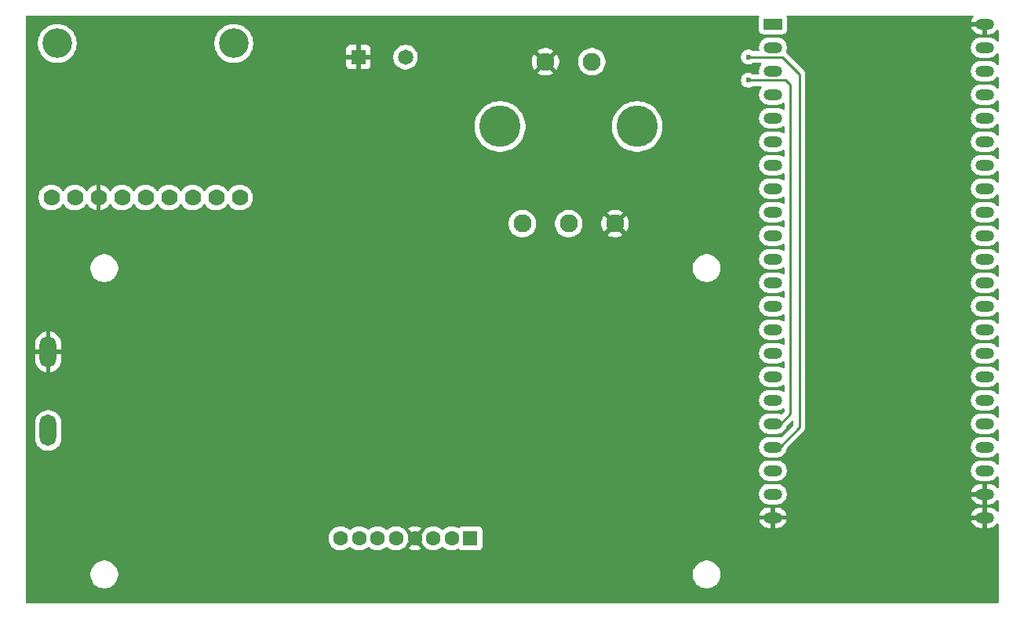
<source format=gbr>
%TF.GenerationSoftware,KiCad,Pcbnew,9.0.0*%
%TF.CreationDate,2025-04-12T19:30:55-04:00*%
%TF.ProjectId,phoenix_v1,70686f65-6e69-4785-9f76-312e6b696361,v2*%
%TF.SameCoordinates,Original*%
%TF.FileFunction,Copper,L2,Bot*%
%TF.FilePolarity,Positive*%
%FSLAX46Y46*%
G04 Gerber Fmt 4.6, Leading zero omitted, Abs format (unit mm)*
G04 Created by KiCad (PCBNEW 9.0.0) date 2025-04-12 19:30:55*
%MOMM*%
%LPD*%
G01*
G04 APERTURE LIST*
%TA.AperFunction,ComponentPad*%
%ADD10C,1.778000*%
%TD*%
%TA.AperFunction,ComponentPad*%
%ADD11C,3.200000*%
%TD*%
%TA.AperFunction,ComponentPad*%
%ADD12R,1.650000X1.650000*%
%TD*%
%TA.AperFunction,ComponentPad*%
%ADD13C,1.650000*%
%TD*%
%TA.AperFunction,ComponentPad*%
%ADD14C,1.950000*%
%TD*%
%TA.AperFunction,ComponentPad*%
%ADD15C,4.460000*%
%TD*%
%TA.AperFunction,ComponentPad*%
%ADD16R,1.600000X1.600000*%
%TD*%
%TA.AperFunction,ComponentPad*%
%ADD17C,1.600000*%
%TD*%
%TA.AperFunction,ComponentPad*%
%ADD18O,1.800000X3.400000*%
%TD*%
%TA.AperFunction,ComponentPad*%
%ADD19R,2.000000X1.200000*%
%TD*%
%TA.AperFunction,ComponentPad*%
%ADD20O,2.000000X1.200000*%
%TD*%
%TA.AperFunction,ViaPad*%
%ADD21C,0.600000*%
%TD*%
%TA.AperFunction,Conductor*%
%ADD22C,0.250000*%
%TD*%
G04 APERTURE END LIST*
D10*
%TO.P,J2,1,Pin_1*%
%TO.N,/MAX_DRDY*%
X107610000Y-78668000D03*
%TO.P,J2,2,Pin_2*%
%TO.N,/MAX_FAULT*%
X105070000Y-78668000D03*
%TO.P,J2,3,Pin_3*%
%TO.N,/MAX_CS*%
X102530000Y-78668000D03*
%TO.P,J2,4,Pin_4*%
%TO.N,/MAX_SDI*%
X99990000Y-78668000D03*
%TO.P,J2,5,Pin_5*%
%TO.N,/MAX_SDO*%
X97450000Y-78668000D03*
%TO.P,J2,6,Pin_6*%
%TO.N,/MAX_SCK*%
X94910000Y-78668000D03*
%TO.P,J2,7,Pin_7*%
%TO.N,GND*%
X92370000Y-78668000D03*
%TO.P,J2,8,Pin_8*%
%TO.N,/MAX_3.3VOUT*%
X89830000Y-78668000D03*
%TO.P,J2,9,Pin_9*%
%TO.N,+3.3V*%
X87290000Y-78668000D03*
D11*
%TO.P,J2,P$1*%
%TO.N,N/C*%
X87925000Y-62031000D03*
X106975000Y-62031000D03*
%TD*%
D12*
%TO.P,J1,1,Pin_1*%
%TO.N,GND*%
X120420000Y-63500000D03*
D13*
%TO.P,J1,2,Pin_2*%
%TO.N,/SSR_PWM*%
X125500000Y-63500000D03*
%TD*%
D14*
%TO.P,SW1,A,A*%
%TO.N,/ENC_A*%
X138100000Y-81500000D03*
%TO.P,SW1,B,B*%
%TO.N,/ENC_B*%
X143100000Y-81500000D03*
%TO.P,SW1,C,C*%
%TO.N,GND*%
X148100000Y-81500000D03*
D15*
%TO.P,SW1,MH1*%
%TO.N,N/C*%
X135700000Y-71000000D03*
%TO.P,SW1,MH2*%
X150500000Y-71000000D03*
D14*
%TO.P,SW1,S1,S1*%
%TO.N,GND*%
X140600000Y-64000000D03*
%TO.P,SW1,S2,S2*%
%TO.N,/ENC_SW*%
X145600000Y-64000000D03*
%TD*%
D16*
%TO.P,U2,1,~{RST}*%
%TO.N,/DISPLAY_RST*%
X132500000Y-115500000D03*
D17*
%TO.P,U2,2,SCL*%
%TO.N,/SCL*%
X130500000Y-115500000D03*
%TO.P,U2,3,SDA*%
%TO.N,/SDA*%
X128500000Y-115500000D03*
%TO.P,U2,4,VSS*%
%TO.N,GND*%
X126500000Y-115500000D03*
%TO.P,U2,5,VDD*%
%TO.N,+3.3V*%
X124500000Y-115500000D03*
%TO.P,U2,6,VOUT*%
%TO.N,Net-(U2-VOUT)*%
X122500000Y-115500000D03*
%TO.P,U2,7,C1+*%
%TO.N,Net-(U2-C1+)*%
X120500000Y-115500000D03*
%TO.P,U2,8,C1-*%
%TO.N,Net-(U2-C1-)*%
X118500000Y-115500000D03*
D18*
%TO.P,U2,9,A*%
%TO.N,+3.3V*%
X86950000Y-103850000D03*
%TO.P,U2,10,K*%
%TO.N,GND*%
X86950000Y-95350000D03*
%TD*%
D19*
%TO.P,U1,1,3V3*%
%TO.N,+3.3V*%
X165140000Y-59920000D03*
D20*
%TO.P,U1,2,3V3*%
X165140000Y-62460000D03*
%TO.P,U1,3,CHIP_PU*%
%TO.N,unconnected-(U1-CHIP_PU-Pad3)*%
X165140000Y-65000000D03*
%TO.P,U1,4,GPIO4/ADC1_CH3*%
%TO.N,/ENC_SW*%
X165140000Y-67540000D03*
%TO.P,U1,5,GPIO5/ADC1_CH4*%
%TO.N,/SSR_PWM*%
X165140000Y-70080000D03*
%TO.P,U1,6,GPIO6/ADC1_CH5*%
%TO.N,unconnected-(U1-GPIO6{slash}ADC1_CH5-Pad6)*%
X165140000Y-72620000D03*
%TO.P,U1,7,GPIO7/ADC1_CH6*%
%TO.N,/LED_1*%
X165140000Y-75160000D03*
%TO.P,U1,8,GPIO15/ADC2_CH4/32K_P*%
%TO.N,/LED_2*%
X165140000Y-77700000D03*
%TO.P,U1,9,GPIO16/ADC2_CH5/32K_N*%
%TO.N,/LED_3*%
X165140000Y-80240000D03*
%TO.P,U1,10,GPIO17/ADC2_CH6*%
%TO.N,/ENC_B*%
X165140000Y-82780000D03*
%TO.P,U1,11,GPIO18/ADC2_CH7*%
%TO.N,/ENC_A*%
X165140000Y-85320000D03*
%TO.P,U1,12,GPIO8/ADC1_CH7*%
%TO.N,/MAX_DRDY*%
X165140000Y-87860000D03*
%TO.P,U1,13,GPIO3/ADC1_CH2*%
%TO.N,/MAX_FAULT*%
X165140000Y-90400000D03*
%TO.P,U1,14,GPIO46*%
%TO.N,/MAX_CS*%
X165140000Y-92940000D03*
%TO.P,U1,15,GPIO9/ADC1_CH8*%
%TO.N,/MAX_SDI*%
X165140000Y-95480000D03*
%TO.P,U1,16,GPIO10/ADC1_CH9*%
%TO.N,/MAX_SDO*%
X165140000Y-98020000D03*
%TO.P,U1,17,GPIO11/ADC2_CH0*%
%TO.N,/MAX_SCK*%
X165140000Y-100560000D03*
%TO.P,U1,18,GPIO12/ADC2_CH1*%
%TO.N,/SDA*%
X165140000Y-103100000D03*
%TO.P,U1,19,GPIO13/ADC2_CH2*%
%TO.N,/SCL*%
X165140000Y-105640000D03*
%TO.P,U1,20,GPIO14/ADC2_CH3*%
%TO.N,/DISPLAY_RST*%
X165136320Y-108177280D03*
%TO.P,U1,21,5V*%
%TO.N,+5V*%
X165136320Y-110717280D03*
%TO.P,U1,22,GND*%
%TO.N,GND*%
X165136320Y-113257280D03*
%TO.P,U1,23,GND*%
X188000000Y-113260000D03*
%TO.P,U1,24,GND*%
X188000000Y-110720000D03*
%TO.P,U1,25,GPIO19/USB_D-*%
%TO.N,unconnected-(U1-GPIO19{slash}USB_D--Pad25)*%
X188000000Y-108180000D03*
%TO.P,U1,26,GPIO20/USB_D+*%
%TO.N,unconnected-(U1-GPIO20{slash}USB_D+-Pad26)*%
X188000000Y-105640000D03*
%TO.P,U1,27,GPIO21*%
%TO.N,unconnected-(U1-GPIO21-Pad27)*%
X188000000Y-103100000D03*
%TO.P,U1,28,GPIO47*%
%TO.N,unconnected-(U1-GPIO47-Pad28)*%
X188000000Y-100560000D03*
%TO.P,U1,29,GPIO48*%
%TO.N,unconnected-(U1-GPIO48-Pad29)*%
X188000000Y-98020000D03*
%TO.P,U1,30,GPIO45*%
%TO.N,unconnected-(U1-GPIO45-Pad30)*%
X188000000Y-95480000D03*
%TO.P,U1,31,GPIO0*%
%TO.N,unconnected-(U1-GPIO0-Pad31)*%
X188000000Y-92940000D03*
%TO.P,U1,32,GPIO35*%
%TO.N,unconnected-(U1-GPIO35-Pad32)*%
X188000000Y-90400000D03*
%TO.P,U1,33,GPIO36*%
%TO.N,unconnected-(U1-GPIO36-Pad33)*%
X188000000Y-87860000D03*
%TO.P,U1,34,GPIO37*%
%TO.N,unconnected-(U1-GPIO37-Pad34)*%
X188000000Y-85320000D03*
%TO.P,U1,35,GPIO38*%
%TO.N,unconnected-(U1-GPIO38-Pad35)*%
X188000000Y-82780000D03*
%TO.P,U1,36,GPIO39/MTCK*%
%TO.N,unconnected-(U1-GPIO39{slash}MTCK-Pad36)*%
X188000000Y-80240000D03*
%TO.P,U1,37,GPIO40/MTDO*%
%TO.N,unconnected-(U1-GPIO40{slash}MTDO-Pad37)*%
X188000000Y-77700000D03*
%TO.P,U1,38,GPIO41/MTDI*%
%TO.N,unconnected-(U1-GPIO41{slash}MTDI-Pad38)*%
X188000000Y-75160000D03*
%TO.P,U1,39,GPIO42/MTMS*%
%TO.N,unconnected-(U1-GPIO42{slash}MTMS-Pad39)*%
X188000000Y-72620000D03*
%TO.P,U1,40,GPIO2/ADC1_CH1*%
%TO.N,unconnected-(U1-GPIO2{slash}ADC1_CH1-Pad40)*%
X188000000Y-70080000D03*
%TO.P,U1,41,GPIO1/ADC1_CH0*%
%TO.N,unconnected-(U1-GPIO1{slash}ADC1_CH0-Pad41)*%
X188000000Y-67540000D03*
%TO.P,U1,42,GPIO44/U0RXD*%
%TO.N,unconnected-(U1-GPIO44{slash}U0RXD-Pad42)*%
X188000000Y-65000000D03*
%TO.P,U1,43,GPIO43/U0TXD*%
%TO.N,unconnected-(U1-GPIO43{slash}U0TXD-Pad43)*%
X188000000Y-62460000D03*
%TO.P,U1,44,GND*%
%TO.N,GND*%
X188000000Y-59920000D03*
%TD*%
D21*
%TO.N,GND*%
X95000000Y-81250000D03*
X95000000Y-76500000D03*
X106500000Y-76500000D03*
X100500000Y-76500000D03*
X85750000Y-89750000D03*
X85250000Y-99750000D03*
X89250000Y-93250000D03*
X89000000Y-101750000D03*
X85500000Y-60000000D03*
X85500000Y-72000000D03*
X85500000Y-76250000D03*
X85500000Y-80750000D03*
X89000000Y-81750000D03*
X92750000Y-97500000D03*
X89250000Y-87750000D03*
X90500000Y-105500000D03*
X93000000Y-103250000D03*
X92750000Y-91750000D03*
X152500000Y-121000000D03*
X185500000Y-60000000D03*
X179500000Y-60000000D03*
X170500000Y-93000000D03*
X91000000Y-73000000D03*
X98500000Y-85000000D03*
X96500000Y-67500000D03*
X140500000Y-117000000D03*
X132000000Y-121000000D03*
X132000000Y-72500000D03*
X162500000Y-110500000D03*
X170500000Y-60000000D03*
X85500000Y-121500000D03*
X172000000Y-60000000D03*
X182500000Y-60000000D03*
X122500000Y-120500000D03*
X170500000Y-103000000D03*
X176000000Y-77500000D03*
X176000000Y-87500000D03*
X96000000Y-112500000D03*
X169024610Y-59973958D03*
X141500000Y-121000000D03*
X186500000Y-121500000D03*
X116500000Y-102000000D03*
X176000000Y-98000000D03*
X170500000Y-72500000D03*
X126500000Y-113000000D03*
X176500000Y-60000000D03*
X152000000Y-65500000D03*
X135000000Y-65000000D03*
X188500000Y-119500000D03*
X164500000Y-121500000D03*
X87000000Y-121500000D03*
X128000000Y-86500000D03*
X147500000Y-86500000D03*
X178000000Y-60000000D03*
X175000000Y-60000000D03*
X125500000Y-66500000D03*
X136500000Y-121000000D03*
X97000000Y-71500000D03*
X176000000Y-82500000D03*
X87500000Y-69500000D03*
X117500000Y-86000000D03*
X85500000Y-110500000D03*
X134500000Y-114000000D03*
X120500000Y-120500000D03*
X118500000Y-120500000D03*
X102000000Y-121500000D03*
X129500000Y-65000000D03*
X138500000Y-110000000D03*
X108500000Y-95500000D03*
X116000000Y-119000000D03*
X176000000Y-121500000D03*
X132000000Y-69000000D03*
X128000000Y-121000000D03*
X117500000Y-62500000D03*
X112500000Y-67000000D03*
X124500000Y-120500000D03*
X85500000Y-120000000D03*
X170500000Y-98000000D03*
X91000000Y-61000000D03*
X169500000Y-64500000D03*
X170500000Y-87500000D03*
X184000000Y-60000000D03*
X114500000Y-75000000D03*
X128000000Y-102500000D03*
X107500000Y-71500000D03*
X85500000Y-86000000D03*
X158500000Y-114000000D03*
X170500000Y-111500000D03*
X113500000Y-60000000D03*
X176000000Y-62500000D03*
X188500000Y-121500000D03*
X146000000Y-117000000D03*
X170500000Y-77500000D03*
X151500000Y-117000000D03*
X173000000Y-62500000D03*
X128000000Y-68500000D03*
X86500000Y-65000000D03*
X170500000Y-108000000D03*
X103500000Y-90000000D03*
X111500000Y-80000000D03*
X135500000Y-117000000D03*
X181000000Y-60000000D03*
X147000000Y-121000000D03*
X176000000Y-108000000D03*
X147000000Y-110000000D03*
X135000000Y-81000000D03*
X176000000Y-67500000D03*
X118500000Y-113000000D03*
X106000000Y-67500000D03*
X176000000Y-72500000D03*
X176000000Y-113500000D03*
X170500000Y-82500000D03*
X128500000Y-64000000D03*
X176000000Y-103000000D03*
X155500000Y-110000000D03*
X134500000Y-102500000D03*
X173500000Y-60000000D03*
X129000000Y-107500000D03*
X162500000Y-61500000D03*
X104500000Y-105000000D03*
X110000000Y-63500000D03*
X155000000Y-86500000D03*
X157000000Y-61500000D03*
X168000000Y-114000000D03*
X167500000Y-60000000D03*
X138500000Y-86500000D03*
X176000000Y-93000000D03*
X170500000Y-67500000D03*
%TO.N,/SCL*%
X162500000Y-63500000D03*
%TO.N,/SDA*%
X162500000Y-66000000D03*
%TD*%
D22*
%TO.N,/SCL*%
X168000000Y-65356300D02*
X168000000Y-103500000D01*
X166143700Y-63500000D02*
X168000000Y-65356300D01*
X168000000Y-103500000D02*
X165860000Y-105640000D01*
X165860000Y-105640000D02*
X165140000Y-105640000D01*
X162500000Y-63500000D02*
X166143700Y-63500000D01*
%TO.N,/SDA*%
X162500000Y-66000000D02*
X166500000Y-66000000D01*
X167000000Y-66500000D02*
X167000000Y-102070438D01*
X167000000Y-102070438D02*
X165970438Y-103100000D01*
X166500000Y-66000000D02*
X167000000Y-66500000D01*
X165970438Y-103100000D02*
X165140000Y-103100000D01*
%TD*%
%TA.AperFunction,Conductor*%
%TO.N,GND*%
G36*
X163613432Y-59020185D02*
G01*
X163659187Y-59072989D01*
X163669131Y-59142147D01*
X163662575Y-59167833D01*
X163645908Y-59212517D01*
X163639501Y-59272116D01*
X163639501Y-59272123D01*
X163639500Y-59272135D01*
X163639500Y-60567870D01*
X163639501Y-60567876D01*
X163645908Y-60627483D01*
X163696202Y-60762328D01*
X163696206Y-60762335D01*
X163782452Y-60877544D01*
X163782455Y-60877547D01*
X163897664Y-60963793D01*
X163897671Y-60963797D01*
X164032517Y-61014091D01*
X164032516Y-61014091D01*
X164039444Y-61014835D01*
X164092127Y-61020500D01*
X166187872Y-61020499D01*
X166247483Y-61014091D01*
X166382331Y-60963796D01*
X166497546Y-60877546D01*
X166583796Y-60762331D01*
X166634091Y-60627483D01*
X166640500Y-60567873D01*
X166640499Y-59920000D01*
X166640499Y-59272129D01*
X166640498Y-59272123D01*
X166640497Y-59272116D01*
X166634091Y-59212517D01*
X166617425Y-59167833D01*
X166612441Y-59098142D01*
X166645926Y-59036819D01*
X166707249Y-59003334D01*
X166733607Y-59000500D01*
X186665281Y-59000500D01*
X186732320Y-59020185D01*
X186778075Y-59072989D01*
X186788019Y-59142147D01*
X186762522Y-59198505D01*
X186763831Y-59199456D01*
X186659195Y-59343475D01*
X186580591Y-59497744D01*
X186527085Y-59662415D01*
X186525884Y-59669999D01*
X186525885Y-59670000D01*
X187684314Y-59670000D01*
X187679920Y-59674394D01*
X187627259Y-59765606D01*
X187600000Y-59867339D01*
X187600000Y-59972661D01*
X187627259Y-60074394D01*
X187679920Y-60165606D01*
X187684314Y-60170000D01*
X186525885Y-60170000D01*
X186527085Y-60177584D01*
X186580591Y-60342255D01*
X186659195Y-60496524D01*
X186760967Y-60636602D01*
X186883397Y-60759032D01*
X187023475Y-60860804D01*
X187177742Y-60939408D01*
X187342415Y-60992914D01*
X187513429Y-61020000D01*
X187750000Y-61020000D01*
X187750000Y-60235686D01*
X187754394Y-60240080D01*
X187845606Y-60292741D01*
X187947339Y-60320000D01*
X188052661Y-60320000D01*
X188154394Y-60292741D01*
X188245606Y-60240080D01*
X188250000Y-60235686D01*
X188250000Y-61020000D01*
X188486571Y-61020000D01*
X188657584Y-60992914D01*
X188822257Y-60939408D01*
X188976524Y-60860804D01*
X189116602Y-60759032D01*
X189239036Y-60636598D01*
X189275181Y-60586848D01*
X189330510Y-60544181D01*
X189400124Y-60538201D01*
X189461919Y-60570806D01*
X189496277Y-60631645D01*
X189499500Y-60659732D01*
X189499500Y-61719416D01*
X189479815Y-61786455D01*
X189427011Y-61832210D01*
X189357853Y-61842154D01*
X189294297Y-61813129D01*
X189275183Y-61792303D01*
X189239414Y-61743072D01*
X189116930Y-61620588D01*
X189116928Y-61620586D01*
X188976788Y-61518768D01*
X188822445Y-61440127D01*
X188657701Y-61386598D01*
X188657699Y-61386597D01*
X188657698Y-61386597D01*
X188526271Y-61365781D01*
X188486611Y-61359500D01*
X187513389Y-61359500D01*
X187473728Y-61365781D01*
X187342302Y-61386597D01*
X187177552Y-61440128D01*
X187023211Y-61518768D01*
X186943256Y-61576859D01*
X186883072Y-61620586D01*
X186883070Y-61620588D01*
X186883069Y-61620588D01*
X186760588Y-61743069D01*
X186760588Y-61743070D01*
X186760586Y-61743072D01*
X186716859Y-61803256D01*
X186658768Y-61883211D01*
X186580128Y-62037552D01*
X186526597Y-62202302D01*
X186500618Y-62366330D01*
X186499500Y-62373389D01*
X186499500Y-62546611D01*
X186526598Y-62717701D01*
X186580127Y-62882445D01*
X186658768Y-63036788D01*
X186760586Y-63176928D01*
X186883072Y-63299414D01*
X187023212Y-63401232D01*
X187177555Y-63479873D01*
X187342299Y-63533402D01*
X187513389Y-63560500D01*
X187513390Y-63560500D01*
X188486610Y-63560500D01*
X188486611Y-63560500D01*
X188657701Y-63533402D01*
X188822445Y-63479873D01*
X188976788Y-63401232D01*
X189116928Y-63299414D01*
X189239414Y-63176928D01*
X189275183Y-63127696D01*
X189330512Y-63085032D01*
X189400126Y-63079053D01*
X189461921Y-63111659D01*
X189496278Y-63172498D01*
X189499500Y-63200583D01*
X189499500Y-64259416D01*
X189479815Y-64326455D01*
X189427011Y-64372210D01*
X189357853Y-64382154D01*
X189294297Y-64353129D01*
X189275183Y-64332303D01*
X189239414Y-64283072D01*
X189116930Y-64160588D01*
X189116928Y-64160586D01*
X188976788Y-64058768D01*
X188822445Y-63980127D01*
X188657701Y-63926598D01*
X188657699Y-63926597D01*
X188657698Y-63926597D01*
X188526271Y-63905781D01*
X188486611Y-63899500D01*
X187513389Y-63899500D01*
X187473728Y-63905781D01*
X187342302Y-63926597D01*
X187177552Y-63980128D01*
X187023211Y-64058768D01*
X186972575Y-64095558D01*
X186883072Y-64160586D01*
X186883070Y-64160588D01*
X186883069Y-64160588D01*
X186760588Y-64283069D01*
X186760588Y-64283070D01*
X186760586Y-64283072D01*
X186716859Y-64343256D01*
X186658768Y-64423211D01*
X186580128Y-64577552D01*
X186526597Y-64742302D01*
X186505522Y-64875368D01*
X186499500Y-64913389D01*
X186499500Y-65086611D01*
X186526598Y-65257701D01*
X186580127Y-65422445D01*
X186658768Y-65576788D01*
X186760586Y-65716928D01*
X186883072Y-65839414D01*
X187023212Y-65941232D01*
X187177555Y-66019873D01*
X187342299Y-66073402D01*
X187513389Y-66100500D01*
X187513390Y-66100500D01*
X188486610Y-66100500D01*
X188486611Y-66100500D01*
X188657701Y-66073402D01*
X188822445Y-66019873D01*
X188976788Y-65941232D01*
X189116928Y-65839414D01*
X189239414Y-65716928D01*
X189275183Y-65667696D01*
X189330512Y-65625032D01*
X189400126Y-65619053D01*
X189461921Y-65651659D01*
X189496278Y-65712498D01*
X189499500Y-65740583D01*
X189499500Y-66799416D01*
X189479815Y-66866455D01*
X189427011Y-66912210D01*
X189357853Y-66922154D01*
X189294297Y-66893129D01*
X189275183Y-66872303D01*
X189239414Y-66823072D01*
X189116930Y-66700588D01*
X189116928Y-66700586D01*
X188976788Y-66598768D01*
X188822445Y-66520127D01*
X188657701Y-66466598D01*
X188657699Y-66466597D01*
X188657698Y-66466597D01*
X188526271Y-66445781D01*
X188486611Y-66439500D01*
X187513389Y-66439500D01*
X187473728Y-66445781D01*
X187342302Y-66466597D01*
X187177552Y-66520128D01*
X187023211Y-66598768D01*
X186957655Y-66646398D01*
X186883072Y-66700586D01*
X186883070Y-66700588D01*
X186883069Y-66700588D01*
X186760588Y-66823069D01*
X186760588Y-66823070D01*
X186760586Y-66823072D01*
X186716859Y-66883256D01*
X186658768Y-66963211D01*
X186580128Y-67117552D01*
X186526597Y-67282302D01*
X186500500Y-67447075D01*
X186499500Y-67453389D01*
X186499500Y-67626611D01*
X186526598Y-67797701D01*
X186580127Y-67962445D01*
X186658768Y-68116788D01*
X186760586Y-68256928D01*
X186883072Y-68379414D01*
X187023212Y-68481232D01*
X187177555Y-68559873D01*
X187342299Y-68613402D01*
X187513389Y-68640500D01*
X187513390Y-68640500D01*
X188486610Y-68640500D01*
X188486611Y-68640500D01*
X188657701Y-68613402D01*
X188822445Y-68559873D01*
X188976788Y-68481232D01*
X189116928Y-68379414D01*
X189239414Y-68256928D01*
X189275183Y-68207696D01*
X189330512Y-68165032D01*
X189400126Y-68159053D01*
X189461921Y-68191659D01*
X189496278Y-68252498D01*
X189499500Y-68280583D01*
X189499500Y-69339416D01*
X189479815Y-69406455D01*
X189427011Y-69452210D01*
X189357853Y-69462154D01*
X189294297Y-69433129D01*
X189275183Y-69412303D01*
X189239414Y-69363072D01*
X189116930Y-69240588D01*
X189116928Y-69240586D01*
X188976788Y-69138768D01*
X188822445Y-69060127D01*
X188657701Y-69006598D01*
X188657699Y-69006597D01*
X188657698Y-69006597D01*
X188526271Y-68985781D01*
X188486611Y-68979500D01*
X187513389Y-68979500D01*
X187473728Y-68985781D01*
X187342302Y-69006597D01*
X187177552Y-69060128D01*
X187023211Y-69138768D01*
X186962386Y-69182961D01*
X186883072Y-69240586D01*
X186883070Y-69240588D01*
X186883069Y-69240588D01*
X186760588Y-69363069D01*
X186760588Y-69363070D01*
X186760586Y-69363072D01*
X186721079Y-69417449D01*
X186658768Y-69503211D01*
X186580128Y-69657552D01*
X186526597Y-69822302D01*
X186505828Y-69953433D01*
X186499500Y-69993389D01*
X186499500Y-70166611D01*
X186526598Y-70337701D01*
X186580127Y-70502445D01*
X186658768Y-70656788D01*
X186760586Y-70796928D01*
X186883072Y-70919414D01*
X187023212Y-71021232D01*
X187177555Y-71099873D01*
X187342299Y-71153402D01*
X187513389Y-71180500D01*
X187513390Y-71180500D01*
X188486610Y-71180500D01*
X188486611Y-71180500D01*
X188657701Y-71153402D01*
X188822445Y-71099873D01*
X188976788Y-71021232D01*
X189116928Y-70919414D01*
X189239414Y-70796928D01*
X189275183Y-70747696D01*
X189330512Y-70705032D01*
X189400126Y-70699053D01*
X189461921Y-70731659D01*
X189496278Y-70792498D01*
X189499500Y-70820583D01*
X189499500Y-71879416D01*
X189479815Y-71946455D01*
X189427011Y-71992210D01*
X189357853Y-72002154D01*
X189294297Y-71973129D01*
X189275183Y-71952303D01*
X189239414Y-71903072D01*
X189116930Y-71780588D01*
X189116928Y-71780586D01*
X188976788Y-71678768D01*
X188822445Y-71600127D01*
X188657701Y-71546598D01*
X188657699Y-71546597D01*
X188657698Y-71546597D01*
X188526271Y-71525781D01*
X188486611Y-71519500D01*
X187513389Y-71519500D01*
X187473728Y-71525781D01*
X187342302Y-71546597D01*
X187177552Y-71600128D01*
X187023211Y-71678768D01*
X186962386Y-71722961D01*
X186883072Y-71780586D01*
X186883070Y-71780588D01*
X186883069Y-71780588D01*
X186760588Y-71903069D01*
X186760588Y-71903070D01*
X186760586Y-71903072D01*
X186716859Y-71963256D01*
X186658768Y-72043211D01*
X186580128Y-72197552D01*
X186526597Y-72362302D01*
X186500500Y-72527075D01*
X186499500Y-72533389D01*
X186499500Y-72706611D01*
X186526598Y-72877701D01*
X186580127Y-73042445D01*
X186658768Y-73196788D01*
X186760586Y-73336928D01*
X186883072Y-73459414D01*
X187023212Y-73561232D01*
X187177555Y-73639873D01*
X187342299Y-73693402D01*
X187513389Y-73720500D01*
X187513390Y-73720500D01*
X188486610Y-73720500D01*
X188486611Y-73720500D01*
X188657701Y-73693402D01*
X188822445Y-73639873D01*
X188976788Y-73561232D01*
X189116928Y-73459414D01*
X189239414Y-73336928D01*
X189275183Y-73287696D01*
X189330512Y-73245032D01*
X189400126Y-73239053D01*
X189461921Y-73271659D01*
X189496278Y-73332498D01*
X189499500Y-73360583D01*
X189499500Y-74419416D01*
X189479815Y-74486455D01*
X189427011Y-74532210D01*
X189357853Y-74542154D01*
X189294297Y-74513129D01*
X189275183Y-74492303D01*
X189239414Y-74443072D01*
X189116930Y-74320588D01*
X189116928Y-74320586D01*
X188976788Y-74218768D01*
X188822445Y-74140127D01*
X188657701Y-74086598D01*
X188657699Y-74086597D01*
X188657698Y-74086597D01*
X188526271Y-74065781D01*
X188486611Y-74059500D01*
X187513389Y-74059500D01*
X187473728Y-74065781D01*
X187342302Y-74086597D01*
X187177552Y-74140128D01*
X187023211Y-74218768D01*
X186962386Y-74262961D01*
X186883072Y-74320586D01*
X186883070Y-74320588D01*
X186883069Y-74320588D01*
X186760588Y-74443069D01*
X186760588Y-74443070D01*
X186760586Y-74443072D01*
X186716859Y-74503256D01*
X186658768Y-74583211D01*
X186580128Y-74737552D01*
X186526597Y-74902302D01*
X186500500Y-75067075D01*
X186499500Y-75073389D01*
X186499500Y-75246611D01*
X186526598Y-75417701D01*
X186580127Y-75582445D01*
X186658768Y-75736788D01*
X186760586Y-75876928D01*
X186883072Y-75999414D01*
X187023212Y-76101232D01*
X187177555Y-76179873D01*
X187342299Y-76233402D01*
X187513389Y-76260500D01*
X187513390Y-76260500D01*
X188486610Y-76260500D01*
X188486611Y-76260500D01*
X188657701Y-76233402D01*
X188822445Y-76179873D01*
X188976788Y-76101232D01*
X189116928Y-75999414D01*
X189239414Y-75876928D01*
X189275183Y-75827696D01*
X189330512Y-75785032D01*
X189400126Y-75779053D01*
X189461921Y-75811659D01*
X189496278Y-75872498D01*
X189499500Y-75900583D01*
X189499500Y-76959416D01*
X189479815Y-77026455D01*
X189427011Y-77072210D01*
X189357853Y-77082154D01*
X189294297Y-77053129D01*
X189275183Y-77032303D01*
X189239414Y-76983072D01*
X189116930Y-76860588D01*
X189116928Y-76860586D01*
X188976788Y-76758768D01*
X188822445Y-76680127D01*
X188657701Y-76626598D01*
X188657699Y-76626597D01*
X188657698Y-76626597D01*
X188526271Y-76605781D01*
X188486611Y-76599500D01*
X187513389Y-76599500D01*
X187473728Y-76605781D01*
X187342302Y-76626597D01*
X187177552Y-76680128D01*
X187023211Y-76758768D01*
X186962386Y-76802961D01*
X186883072Y-76860586D01*
X186883070Y-76860588D01*
X186883069Y-76860588D01*
X186760588Y-76983069D01*
X186760588Y-76983070D01*
X186760586Y-76983072D01*
X186716859Y-77043256D01*
X186658768Y-77123211D01*
X186580128Y-77277552D01*
X186526597Y-77442302D01*
X186499500Y-77613389D01*
X186499500Y-77786610D01*
X186523753Y-77939743D01*
X186526598Y-77957701D01*
X186580127Y-78122445D01*
X186658768Y-78276788D01*
X186760586Y-78416928D01*
X186883072Y-78539414D01*
X187023212Y-78641232D01*
X187177555Y-78719873D01*
X187342299Y-78773402D01*
X187513389Y-78800500D01*
X187513390Y-78800500D01*
X188486610Y-78800500D01*
X188486611Y-78800500D01*
X188657701Y-78773402D01*
X188822445Y-78719873D01*
X188976788Y-78641232D01*
X189116928Y-78539414D01*
X189239414Y-78416928D01*
X189275183Y-78367696D01*
X189330512Y-78325032D01*
X189400126Y-78319053D01*
X189461921Y-78351659D01*
X189496278Y-78412498D01*
X189499500Y-78440583D01*
X189499500Y-79499416D01*
X189479815Y-79566455D01*
X189427011Y-79612210D01*
X189357853Y-79622154D01*
X189294297Y-79593129D01*
X189275183Y-79572303D01*
X189239414Y-79523072D01*
X189116930Y-79400588D01*
X189116928Y-79400586D01*
X188976788Y-79298768D01*
X188822445Y-79220127D01*
X188657701Y-79166598D01*
X188657699Y-79166597D01*
X188657698Y-79166597D01*
X188526271Y-79145781D01*
X188486611Y-79139500D01*
X187513389Y-79139500D01*
X187473728Y-79145781D01*
X187342302Y-79166597D01*
X187177552Y-79220128D01*
X187023211Y-79298768D01*
X186962386Y-79342961D01*
X186883072Y-79400586D01*
X186883070Y-79400588D01*
X186883069Y-79400588D01*
X186760588Y-79523069D01*
X186760588Y-79523070D01*
X186760586Y-79523072D01*
X186716859Y-79583256D01*
X186658768Y-79663211D01*
X186580128Y-79817552D01*
X186526597Y-79982302D01*
X186502793Y-80132600D01*
X186499500Y-80153389D01*
X186499500Y-80326611D01*
X186526598Y-80497701D01*
X186580127Y-80662445D01*
X186658768Y-80816788D01*
X186760586Y-80956928D01*
X186883072Y-81079414D01*
X187023212Y-81181232D01*
X187177555Y-81259873D01*
X187342299Y-81313402D01*
X187513389Y-81340500D01*
X187513390Y-81340500D01*
X188486610Y-81340500D01*
X188486611Y-81340500D01*
X188657701Y-81313402D01*
X188822445Y-81259873D01*
X188976788Y-81181232D01*
X189116928Y-81079414D01*
X189239414Y-80956928D01*
X189275183Y-80907696D01*
X189330512Y-80865032D01*
X189400126Y-80859053D01*
X189461921Y-80891659D01*
X189496278Y-80952498D01*
X189499500Y-80980583D01*
X189499500Y-82039416D01*
X189479815Y-82106455D01*
X189427011Y-82152210D01*
X189357853Y-82162154D01*
X189294297Y-82133129D01*
X189275183Y-82112303D01*
X189239414Y-82063072D01*
X189116930Y-81940588D01*
X189116928Y-81940586D01*
X188976788Y-81838768D01*
X188822445Y-81760127D01*
X188657701Y-81706598D01*
X188657699Y-81706597D01*
X188657698Y-81706597D01*
X188526271Y-81685781D01*
X188486611Y-81679500D01*
X187513389Y-81679500D01*
X187473728Y-81685781D01*
X187342302Y-81706597D01*
X187177552Y-81760128D01*
X187023211Y-81838768D01*
X187002862Y-81853553D01*
X186883072Y-81940586D01*
X186883070Y-81940588D01*
X186883069Y-81940588D01*
X186760588Y-82063069D01*
X186760588Y-82063070D01*
X186760586Y-82063072D01*
X186716859Y-82123256D01*
X186658768Y-82203211D01*
X186580128Y-82357552D01*
X186526597Y-82522302D01*
X186500500Y-82687075D01*
X186499500Y-82693389D01*
X186499500Y-82866611D01*
X186526598Y-83037701D01*
X186580127Y-83202445D01*
X186658768Y-83356788D01*
X186760586Y-83496928D01*
X186883072Y-83619414D01*
X187023212Y-83721232D01*
X187177555Y-83799873D01*
X187342299Y-83853402D01*
X187513389Y-83880500D01*
X187513390Y-83880500D01*
X188486610Y-83880500D01*
X188486611Y-83880500D01*
X188657701Y-83853402D01*
X188822445Y-83799873D01*
X188976788Y-83721232D01*
X189116928Y-83619414D01*
X189239414Y-83496928D01*
X189275183Y-83447696D01*
X189330512Y-83405032D01*
X189400126Y-83399053D01*
X189461921Y-83431659D01*
X189496278Y-83492498D01*
X189499500Y-83520583D01*
X189499500Y-84579416D01*
X189479815Y-84646455D01*
X189427011Y-84692210D01*
X189357853Y-84702154D01*
X189294297Y-84673129D01*
X189275183Y-84652303D01*
X189239414Y-84603072D01*
X189116930Y-84480588D01*
X189116928Y-84480586D01*
X188976788Y-84378768D01*
X188822445Y-84300127D01*
X188657701Y-84246598D01*
X188657699Y-84246597D01*
X188657698Y-84246597D01*
X188526271Y-84225781D01*
X188486611Y-84219500D01*
X187513389Y-84219500D01*
X187473728Y-84225781D01*
X187342302Y-84246597D01*
X187177552Y-84300128D01*
X187023211Y-84378768D01*
X186962386Y-84422961D01*
X186883072Y-84480586D01*
X186883070Y-84480588D01*
X186883069Y-84480588D01*
X186760588Y-84603069D01*
X186760588Y-84603070D01*
X186760586Y-84603072D01*
X186716859Y-84663256D01*
X186658768Y-84743211D01*
X186580128Y-84897552D01*
X186526597Y-85062302D01*
X186511839Y-85155483D01*
X186499500Y-85233389D01*
X186499500Y-85406611D01*
X186526598Y-85577701D01*
X186580127Y-85742445D01*
X186658768Y-85896788D01*
X186760586Y-86036928D01*
X186883072Y-86159414D01*
X187023212Y-86261232D01*
X187177555Y-86339873D01*
X187342299Y-86393402D01*
X187513389Y-86420500D01*
X187513390Y-86420500D01*
X188486610Y-86420500D01*
X188486611Y-86420500D01*
X188657701Y-86393402D01*
X188822445Y-86339873D01*
X188976788Y-86261232D01*
X189116928Y-86159414D01*
X189239414Y-86036928D01*
X189275183Y-85987696D01*
X189330512Y-85945032D01*
X189400126Y-85939053D01*
X189461921Y-85971659D01*
X189496278Y-86032498D01*
X189499500Y-86060583D01*
X189499500Y-87119416D01*
X189479815Y-87186455D01*
X189427011Y-87232210D01*
X189357853Y-87242154D01*
X189294297Y-87213129D01*
X189275183Y-87192303D01*
X189239414Y-87143072D01*
X189116930Y-87020588D01*
X189116928Y-87020586D01*
X188976788Y-86918768D01*
X188822447Y-86840128D01*
X188822446Y-86840127D01*
X188822445Y-86840127D01*
X188657701Y-86786598D01*
X188657699Y-86786597D01*
X188657698Y-86786597D01*
X188526271Y-86765781D01*
X188486611Y-86759500D01*
X187513389Y-86759500D01*
X187473728Y-86765781D01*
X187342302Y-86786597D01*
X187177552Y-86840128D01*
X187023211Y-86918768D01*
X186962386Y-86962961D01*
X186883072Y-87020586D01*
X186883070Y-87020588D01*
X186883069Y-87020588D01*
X186760588Y-87143069D01*
X186760588Y-87143070D01*
X186760586Y-87143072D01*
X186716859Y-87203256D01*
X186658768Y-87283211D01*
X186580128Y-87437552D01*
X186526597Y-87602302D01*
X186501058Y-87763553D01*
X186499500Y-87773389D01*
X186499500Y-87946611D01*
X186526598Y-88117701D01*
X186580127Y-88282445D01*
X186658768Y-88436788D01*
X186760586Y-88576928D01*
X186883072Y-88699414D01*
X187023212Y-88801232D01*
X187177555Y-88879873D01*
X187342299Y-88933402D01*
X187513389Y-88960500D01*
X187513390Y-88960500D01*
X188486610Y-88960500D01*
X188486611Y-88960500D01*
X188657701Y-88933402D01*
X188822445Y-88879873D01*
X188976788Y-88801232D01*
X189116928Y-88699414D01*
X189239414Y-88576928D01*
X189275183Y-88527696D01*
X189330512Y-88485032D01*
X189400126Y-88479053D01*
X189461921Y-88511659D01*
X189496278Y-88572498D01*
X189499500Y-88600583D01*
X189499500Y-89659416D01*
X189479815Y-89726455D01*
X189427011Y-89772210D01*
X189357853Y-89782154D01*
X189294297Y-89753129D01*
X189275183Y-89732303D01*
X189239414Y-89683072D01*
X189116930Y-89560588D01*
X189116928Y-89560586D01*
X188976788Y-89458768D01*
X188822445Y-89380127D01*
X188657701Y-89326598D01*
X188657699Y-89326597D01*
X188657698Y-89326597D01*
X188526271Y-89305781D01*
X188486611Y-89299500D01*
X187513389Y-89299500D01*
X187473728Y-89305781D01*
X187342302Y-89326597D01*
X187177552Y-89380128D01*
X187023211Y-89458768D01*
X186962386Y-89502961D01*
X186883072Y-89560586D01*
X186883070Y-89560588D01*
X186883069Y-89560588D01*
X186760588Y-89683069D01*
X186760588Y-89683070D01*
X186760586Y-89683072D01*
X186716859Y-89743256D01*
X186658768Y-89823211D01*
X186580128Y-89977552D01*
X186526597Y-90142302D01*
X186500500Y-90307075D01*
X186499500Y-90313389D01*
X186499500Y-90486611D01*
X186526598Y-90657701D01*
X186580127Y-90822445D01*
X186658768Y-90976788D01*
X186760586Y-91116928D01*
X186883072Y-91239414D01*
X187023212Y-91341232D01*
X187177555Y-91419873D01*
X187342299Y-91473402D01*
X187513389Y-91500500D01*
X187513390Y-91500500D01*
X188486610Y-91500500D01*
X188486611Y-91500500D01*
X188657701Y-91473402D01*
X188822445Y-91419873D01*
X188976788Y-91341232D01*
X189116928Y-91239414D01*
X189239414Y-91116928D01*
X189275183Y-91067696D01*
X189330512Y-91025032D01*
X189400126Y-91019053D01*
X189461921Y-91051659D01*
X189496278Y-91112498D01*
X189499500Y-91140583D01*
X189499500Y-92199416D01*
X189479815Y-92266455D01*
X189427011Y-92312210D01*
X189357853Y-92322154D01*
X189294297Y-92293129D01*
X189275183Y-92272303D01*
X189239414Y-92223072D01*
X189116930Y-92100588D01*
X189116928Y-92100586D01*
X188976788Y-91998768D01*
X188822445Y-91920127D01*
X188657701Y-91866598D01*
X188657699Y-91866597D01*
X188657698Y-91866597D01*
X188526271Y-91845781D01*
X188486611Y-91839500D01*
X187513389Y-91839500D01*
X187473728Y-91845781D01*
X187342302Y-91866597D01*
X187177552Y-91920128D01*
X187023211Y-91998768D01*
X186962386Y-92042961D01*
X186883072Y-92100586D01*
X186883070Y-92100588D01*
X186883069Y-92100588D01*
X186760588Y-92223069D01*
X186760588Y-92223070D01*
X186760586Y-92223072D01*
X186716859Y-92283256D01*
X186658768Y-92363211D01*
X186580128Y-92517552D01*
X186526597Y-92682302D01*
X186500500Y-92847075D01*
X186499500Y-92853389D01*
X186499500Y-93026611D01*
X186526598Y-93197701D01*
X186580127Y-93362445D01*
X186658768Y-93516788D01*
X186760586Y-93656928D01*
X186883072Y-93779414D01*
X187023212Y-93881232D01*
X187177555Y-93959873D01*
X187342299Y-94013402D01*
X187513389Y-94040500D01*
X187513390Y-94040500D01*
X188486610Y-94040500D01*
X188486611Y-94040500D01*
X188657701Y-94013402D01*
X188822445Y-93959873D01*
X188976788Y-93881232D01*
X189116928Y-93779414D01*
X189239414Y-93656928D01*
X189275183Y-93607696D01*
X189330512Y-93565032D01*
X189400126Y-93559053D01*
X189461921Y-93591659D01*
X189496278Y-93652498D01*
X189499500Y-93680583D01*
X189499500Y-94739416D01*
X189479815Y-94806455D01*
X189427011Y-94852210D01*
X189357853Y-94862154D01*
X189294297Y-94833129D01*
X189275183Y-94812303D01*
X189239414Y-94763072D01*
X189116930Y-94640588D01*
X189116928Y-94640586D01*
X188976788Y-94538768D01*
X188822445Y-94460127D01*
X188657701Y-94406598D01*
X188657699Y-94406597D01*
X188657698Y-94406597D01*
X188526271Y-94385781D01*
X188486611Y-94379500D01*
X187513389Y-94379500D01*
X187473728Y-94385781D01*
X187342302Y-94406597D01*
X187177552Y-94460128D01*
X187023211Y-94538768D01*
X186962386Y-94582961D01*
X186883072Y-94640586D01*
X186883070Y-94640588D01*
X186883069Y-94640588D01*
X186760588Y-94763069D01*
X186760588Y-94763070D01*
X186760586Y-94763072D01*
X186716859Y-94823256D01*
X186658768Y-94903211D01*
X186580128Y-95057552D01*
X186526597Y-95222302D01*
X186500500Y-95387075D01*
X186499500Y-95393389D01*
X186499500Y-95566611D01*
X186526598Y-95737701D01*
X186580127Y-95902445D01*
X186658768Y-96056788D01*
X186760586Y-96196928D01*
X186883072Y-96319414D01*
X187023212Y-96421232D01*
X187177555Y-96499873D01*
X187342299Y-96553402D01*
X187513389Y-96580500D01*
X187513390Y-96580500D01*
X188486610Y-96580500D01*
X188486611Y-96580500D01*
X188657701Y-96553402D01*
X188822445Y-96499873D01*
X188976788Y-96421232D01*
X189116928Y-96319414D01*
X189239414Y-96196928D01*
X189275183Y-96147696D01*
X189330512Y-96105032D01*
X189400126Y-96099053D01*
X189461921Y-96131659D01*
X189496278Y-96192498D01*
X189499500Y-96220583D01*
X189499500Y-97279416D01*
X189479815Y-97346455D01*
X189427011Y-97392210D01*
X189357853Y-97402154D01*
X189294297Y-97373129D01*
X189275183Y-97352303D01*
X189239414Y-97303072D01*
X189116930Y-97180588D01*
X189116928Y-97180586D01*
X188976788Y-97078768D01*
X188822445Y-97000127D01*
X188657701Y-96946598D01*
X188657699Y-96946597D01*
X188657698Y-96946597D01*
X188526271Y-96925781D01*
X188486611Y-96919500D01*
X187513389Y-96919500D01*
X187473728Y-96925781D01*
X187342302Y-96946597D01*
X187177552Y-97000128D01*
X187023211Y-97078768D01*
X186962386Y-97122961D01*
X186883072Y-97180586D01*
X186883070Y-97180588D01*
X186883069Y-97180588D01*
X186760588Y-97303069D01*
X186760588Y-97303070D01*
X186760586Y-97303072D01*
X186716859Y-97363256D01*
X186658768Y-97443211D01*
X186580128Y-97597552D01*
X186526597Y-97762302D01*
X186500500Y-97927075D01*
X186499500Y-97933389D01*
X186499500Y-98106611D01*
X186526598Y-98277701D01*
X186580127Y-98442445D01*
X186658768Y-98596788D01*
X186760586Y-98736928D01*
X186883072Y-98859414D01*
X187023212Y-98961232D01*
X187177555Y-99039873D01*
X187342299Y-99093402D01*
X187513389Y-99120500D01*
X187513390Y-99120500D01*
X188486610Y-99120500D01*
X188486611Y-99120500D01*
X188657701Y-99093402D01*
X188822445Y-99039873D01*
X188976788Y-98961232D01*
X189116928Y-98859414D01*
X189239414Y-98736928D01*
X189275183Y-98687696D01*
X189330512Y-98645032D01*
X189400126Y-98639053D01*
X189461921Y-98671659D01*
X189496278Y-98732498D01*
X189499500Y-98760583D01*
X189499500Y-99819416D01*
X189479815Y-99886455D01*
X189427011Y-99932210D01*
X189357853Y-99942154D01*
X189294297Y-99913129D01*
X189275183Y-99892303D01*
X189239414Y-99843072D01*
X189116930Y-99720588D01*
X189116928Y-99720586D01*
X188976788Y-99618768D01*
X188822445Y-99540127D01*
X188657701Y-99486598D01*
X188657699Y-99486597D01*
X188657698Y-99486597D01*
X188526271Y-99465781D01*
X188486611Y-99459500D01*
X187513389Y-99459500D01*
X187473728Y-99465781D01*
X187342302Y-99486597D01*
X187177552Y-99540128D01*
X187023211Y-99618768D01*
X186962386Y-99662961D01*
X186883072Y-99720586D01*
X186883070Y-99720588D01*
X186883069Y-99720588D01*
X186760588Y-99843069D01*
X186760588Y-99843070D01*
X186760586Y-99843072D01*
X186716859Y-99903256D01*
X186658768Y-99983211D01*
X186580128Y-100137552D01*
X186526597Y-100302302D01*
X186500500Y-100467075D01*
X186499500Y-100473389D01*
X186499500Y-100646611D01*
X186526598Y-100817701D01*
X186580127Y-100982445D01*
X186658768Y-101136788D01*
X186760586Y-101276928D01*
X186883072Y-101399414D01*
X187023212Y-101501232D01*
X187177555Y-101579873D01*
X187342299Y-101633402D01*
X187513389Y-101660500D01*
X187513390Y-101660500D01*
X188486610Y-101660500D01*
X188486611Y-101660500D01*
X188657701Y-101633402D01*
X188822445Y-101579873D01*
X188976788Y-101501232D01*
X189116928Y-101399414D01*
X189239414Y-101276928D01*
X189275183Y-101227696D01*
X189330512Y-101185032D01*
X189400126Y-101179053D01*
X189461921Y-101211659D01*
X189496278Y-101272498D01*
X189499500Y-101300583D01*
X189499500Y-102359416D01*
X189479815Y-102426455D01*
X189427011Y-102472210D01*
X189357853Y-102482154D01*
X189294297Y-102453129D01*
X189275183Y-102432303D01*
X189239414Y-102383072D01*
X189116930Y-102260588D01*
X189116928Y-102260586D01*
X188976788Y-102158768D01*
X188822445Y-102080127D01*
X188657701Y-102026598D01*
X188657699Y-102026597D01*
X188657698Y-102026597D01*
X188526271Y-102005781D01*
X188486611Y-101999500D01*
X187513389Y-101999500D01*
X187473728Y-102005781D01*
X187342302Y-102026597D01*
X187177552Y-102080128D01*
X187023211Y-102158768D01*
X186943256Y-102216859D01*
X186883072Y-102260586D01*
X186883070Y-102260588D01*
X186883069Y-102260588D01*
X186760588Y-102383069D01*
X186760588Y-102383070D01*
X186760586Y-102383072D01*
X186716859Y-102443256D01*
X186658768Y-102523211D01*
X186580128Y-102677552D01*
X186526597Y-102842302D01*
X186522045Y-102871044D01*
X186499500Y-103013389D01*
X186499500Y-103186611D01*
X186526598Y-103357701D01*
X186580127Y-103522445D01*
X186658768Y-103676788D01*
X186760586Y-103816928D01*
X186883072Y-103939414D01*
X187023212Y-104041232D01*
X187177555Y-104119873D01*
X187342299Y-104173402D01*
X187513389Y-104200500D01*
X187513390Y-104200500D01*
X188486610Y-104200500D01*
X188486611Y-104200500D01*
X188657701Y-104173402D01*
X188822445Y-104119873D01*
X188976788Y-104041232D01*
X189116928Y-103939414D01*
X189239414Y-103816928D01*
X189275183Y-103767696D01*
X189330512Y-103725032D01*
X189400126Y-103719053D01*
X189461921Y-103751659D01*
X189496278Y-103812498D01*
X189499500Y-103840583D01*
X189499500Y-104899416D01*
X189479815Y-104966455D01*
X189427011Y-105012210D01*
X189357853Y-105022154D01*
X189294297Y-104993129D01*
X189275183Y-104972303D01*
X189239414Y-104923072D01*
X189116930Y-104800588D01*
X189116928Y-104800586D01*
X188976788Y-104698768D01*
X188822445Y-104620127D01*
X188657701Y-104566598D01*
X188657699Y-104566597D01*
X188657698Y-104566597D01*
X188526271Y-104545781D01*
X188486611Y-104539500D01*
X187513389Y-104539500D01*
X187473728Y-104545781D01*
X187342302Y-104566597D01*
X187177552Y-104620128D01*
X187023211Y-104698768D01*
X186943256Y-104756859D01*
X186883072Y-104800586D01*
X186883070Y-104800588D01*
X186883069Y-104800588D01*
X186760588Y-104923069D01*
X186760588Y-104923070D01*
X186760586Y-104923072D01*
X186720714Y-104977951D01*
X186658768Y-105063211D01*
X186580128Y-105217552D01*
X186526597Y-105382302D01*
X186500500Y-105547075D01*
X186499500Y-105553389D01*
X186499500Y-105726611D01*
X186526598Y-105897701D01*
X186580127Y-106062445D01*
X186658768Y-106216788D01*
X186760586Y-106356928D01*
X186883072Y-106479414D01*
X187023212Y-106581232D01*
X187177555Y-106659873D01*
X187342299Y-106713402D01*
X187513389Y-106740500D01*
X187513390Y-106740500D01*
X188486610Y-106740500D01*
X188486611Y-106740500D01*
X188657701Y-106713402D01*
X188822445Y-106659873D01*
X188976788Y-106581232D01*
X189116928Y-106479414D01*
X189239414Y-106356928D01*
X189275183Y-106307696D01*
X189330512Y-106265032D01*
X189400126Y-106259053D01*
X189461921Y-106291659D01*
X189496278Y-106352498D01*
X189499500Y-106380583D01*
X189499500Y-107439416D01*
X189479815Y-107506455D01*
X189427011Y-107552210D01*
X189357853Y-107562154D01*
X189294297Y-107533129D01*
X189275183Y-107512303D01*
X189239414Y-107463072D01*
X189116930Y-107340588D01*
X189116928Y-107340586D01*
X188976788Y-107238768D01*
X188822445Y-107160127D01*
X188657701Y-107106598D01*
X188657699Y-107106597D01*
X188657698Y-107106597D01*
X188526271Y-107085781D01*
X188486611Y-107079500D01*
X187513389Y-107079500D01*
X187473728Y-107085781D01*
X187342302Y-107106597D01*
X187177552Y-107160128D01*
X187023211Y-107238768D01*
X186943256Y-107296859D01*
X186883072Y-107340586D01*
X186883070Y-107340588D01*
X186883069Y-107340588D01*
X186760588Y-107463069D01*
X186760588Y-107463070D01*
X186760586Y-107463072D01*
X186716859Y-107523256D01*
X186658768Y-107603211D01*
X186580128Y-107757552D01*
X186526597Y-107922302D01*
X186499500Y-108093389D01*
X186499500Y-108266610D01*
X186526166Y-108434977D01*
X186526598Y-108437701D01*
X186580127Y-108602445D01*
X186658768Y-108756788D01*
X186760586Y-108896928D01*
X186883072Y-109019414D01*
X187023212Y-109121232D01*
X187177555Y-109199873D01*
X187342299Y-109253402D01*
X187513389Y-109280500D01*
X187513390Y-109280500D01*
X188486610Y-109280500D01*
X188486611Y-109280500D01*
X188657701Y-109253402D01*
X188822445Y-109199873D01*
X188976788Y-109121232D01*
X189116928Y-109019414D01*
X189239414Y-108896928D01*
X189275183Y-108847696D01*
X189330512Y-108805032D01*
X189400126Y-108799053D01*
X189461921Y-108831659D01*
X189496278Y-108892498D01*
X189499500Y-108920583D01*
X189499500Y-109980267D01*
X189479815Y-110047306D01*
X189427011Y-110093061D01*
X189357853Y-110103005D01*
X189294297Y-110073980D01*
X189275182Y-110053152D01*
X189239038Y-110003403D01*
X189116602Y-109880967D01*
X188976524Y-109779195D01*
X188822257Y-109700591D01*
X188657584Y-109647085D01*
X188486571Y-109620000D01*
X188250000Y-109620000D01*
X188250000Y-110404314D01*
X188245606Y-110399920D01*
X188154394Y-110347259D01*
X188052661Y-110320000D01*
X187947339Y-110320000D01*
X187845606Y-110347259D01*
X187754394Y-110399920D01*
X187750000Y-110404314D01*
X187750000Y-109620000D01*
X187513429Y-109620000D01*
X187342415Y-109647085D01*
X187177742Y-109700591D01*
X187023475Y-109779195D01*
X186883397Y-109880967D01*
X186760967Y-110003397D01*
X186659195Y-110143475D01*
X186580591Y-110297744D01*
X186527085Y-110462415D01*
X186525884Y-110469999D01*
X186525885Y-110470000D01*
X187684314Y-110470000D01*
X187679920Y-110474394D01*
X187627259Y-110565606D01*
X187600000Y-110667339D01*
X187600000Y-110772661D01*
X187627259Y-110874394D01*
X187679920Y-110965606D01*
X187684314Y-110970000D01*
X186525885Y-110970000D01*
X186527085Y-110977584D01*
X186580591Y-111142255D01*
X186659195Y-111296524D01*
X186760967Y-111436602D01*
X186883397Y-111559032D01*
X187023475Y-111660804D01*
X187177742Y-111739408D01*
X187342415Y-111792914D01*
X187513429Y-111820000D01*
X187750000Y-111820000D01*
X187750000Y-111035686D01*
X187754394Y-111040080D01*
X187845606Y-111092741D01*
X187947339Y-111120000D01*
X188052661Y-111120000D01*
X188154394Y-111092741D01*
X188245606Y-111040080D01*
X188250000Y-111035686D01*
X188250000Y-111820000D01*
X188486571Y-111820000D01*
X188657584Y-111792914D01*
X188822257Y-111739408D01*
X188976524Y-111660804D01*
X189116602Y-111559032D01*
X189239036Y-111436598D01*
X189275181Y-111386848D01*
X189330510Y-111344181D01*
X189400124Y-111338201D01*
X189461919Y-111370806D01*
X189496277Y-111431645D01*
X189499500Y-111459732D01*
X189499500Y-112520267D01*
X189479815Y-112587306D01*
X189427011Y-112633061D01*
X189357853Y-112643005D01*
X189294297Y-112613980D01*
X189275182Y-112593152D01*
X189239038Y-112543403D01*
X189116602Y-112420967D01*
X188976524Y-112319195D01*
X188822257Y-112240591D01*
X188657584Y-112187085D01*
X188486571Y-112160000D01*
X188250000Y-112160000D01*
X188250000Y-112944314D01*
X188245606Y-112939920D01*
X188154394Y-112887259D01*
X188052661Y-112860000D01*
X187947339Y-112860000D01*
X187845606Y-112887259D01*
X187754394Y-112939920D01*
X187750000Y-112944314D01*
X187750000Y-112160000D01*
X187513429Y-112160000D01*
X187342415Y-112187085D01*
X187177742Y-112240591D01*
X187023475Y-112319195D01*
X186883397Y-112420967D01*
X186760967Y-112543397D01*
X186659195Y-112683475D01*
X186580591Y-112837744D01*
X186527085Y-113002415D01*
X186525884Y-113009999D01*
X186525885Y-113010000D01*
X187684314Y-113010000D01*
X187679920Y-113014394D01*
X187627259Y-113105606D01*
X187600000Y-113207339D01*
X187600000Y-113312661D01*
X187627259Y-113414394D01*
X187679920Y-113505606D01*
X187684314Y-113510000D01*
X186525885Y-113510000D01*
X186527085Y-113517584D01*
X186580591Y-113682255D01*
X186659195Y-113836524D01*
X186760967Y-113976602D01*
X186883397Y-114099032D01*
X187023475Y-114200804D01*
X187177742Y-114279408D01*
X187342415Y-114332914D01*
X187513429Y-114360000D01*
X187750000Y-114360000D01*
X187750000Y-113575686D01*
X187754394Y-113580080D01*
X187845606Y-113632741D01*
X187947339Y-113660000D01*
X188052661Y-113660000D01*
X188154394Y-113632741D01*
X188245606Y-113580080D01*
X188250000Y-113575686D01*
X188250000Y-114360000D01*
X188486571Y-114360000D01*
X188657584Y-114332914D01*
X188822257Y-114279408D01*
X188976524Y-114200804D01*
X189116602Y-114099032D01*
X189239036Y-113976598D01*
X189275181Y-113926848D01*
X189330510Y-113884181D01*
X189400124Y-113878201D01*
X189461919Y-113910806D01*
X189496277Y-113971645D01*
X189499500Y-113999732D01*
X189499500Y-122375500D01*
X189479815Y-122442539D01*
X189427011Y-122488294D01*
X189375500Y-122499500D01*
X84624500Y-122499500D01*
X84557461Y-122479815D01*
X84511706Y-122427011D01*
X84500500Y-122375500D01*
X84500500Y-119281902D01*
X91499500Y-119281902D01*
X91499500Y-119518097D01*
X91536446Y-119751368D01*
X91609433Y-119975996D01*
X91716657Y-120186433D01*
X91855483Y-120377510D01*
X92022490Y-120544517D01*
X92213567Y-120683343D01*
X92312991Y-120734002D01*
X92424003Y-120790566D01*
X92424005Y-120790566D01*
X92424008Y-120790568D01*
X92544412Y-120829689D01*
X92648631Y-120863553D01*
X92881903Y-120900500D01*
X92881908Y-120900500D01*
X93118097Y-120900500D01*
X93351368Y-120863553D01*
X93575992Y-120790568D01*
X93786433Y-120683343D01*
X93977510Y-120544517D01*
X94144517Y-120377510D01*
X94283343Y-120186433D01*
X94390568Y-119975992D01*
X94463553Y-119751368D01*
X94500500Y-119518097D01*
X94500500Y-119281902D01*
X156499500Y-119281902D01*
X156499500Y-119518097D01*
X156536446Y-119751368D01*
X156609433Y-119975996D01*
X156716657Y-120186433D01*
X156855483Y-120377510D01*
X157022490Y-120544517D01*
X157213567Y-120683343D01*
X157312991Y-120734002D01*
X157424003Y-120790566D01*
X157424005Y-120790566D01*
X157424008Y-120790568D01*
X157544412Y-120829689D01*
X157648631Y-120863553D01*
X157881903Y-120900500D01*
X157881908Y-120900500D01*
X158118097Y-120900500D01*
X158351368Y-120863553D01*
X158575992Y-120790568D01*
X158786433Y-120683343D01*
X158977510Y-120544517D01*
X159144517Y-120377510D01*
X159283343Y-120186433D01*
X159390568Y-119975992D01*
X159463553Y-119751368D01*
X159500500Y-119518097D01*
X159500500Y-119281902D01*
X159463553Y-119048631D01*
X159390566Y-118824003D01*
X159283342Y-118613566D01*
X159144517Y-118422490D01*
X158977510Y-118255483D01*
X158786433Y-118116657D01*
X158575996Y-118009433D01*
X158351368Y-117936446D01*
X158118097Y-117899500D01*
X158118092Y-117899500D01*
X157881908Y-117899500D01*
X157881903Y-117899500D01*
X157648631Y-117936446D01*
X157424003Y-118009433D01*
X157213566Y-118116657D01*
X157104550Y-118195862D01*
X157022490Y-118255483D01*
X157022488Y-118255485D01*
X157022487Y-118255485D01*
X156855485Y-118422487D01*
X156855485Y-118422488D01*
X156855483Y-118422490D01*
X156795862Y-118504550D01*
X156716657Y-118613566D01*
X156609433Y-118824003D01*
X156536446Y-119048631D01*
X156499500Y-119281902D01*
X94500500Y-119281902D01*
X94463553Y-119048631D01*
X94390566Y-118824003D01*
X94283342Y-118613566D01*
X94144517Y-118422490D01*
X93977510Y-118255483D01*
X93786433Y-118116657D01*
X93575996Y-118009433D01*
X93351368Y-117936446D01*
X93118097Y-117899500D01*
X93118092Y-117899500D01*
X92881908Y-117899500D01*
X92881903Y-117899500D01*
X92648631Y-117936446D01*
X92424003Y-118009433D01*
X92213566Y-118116657D01*
X92104550Y-118195862D01*
X92022490Y-118255483D01*
X92022488Y-118255485D01*
X92022487Y-118255485D01*
X91855485Y-118422487D01*
X91855485Y-118422488D01*
X91855483Y-118422490D01*
X91795862Y-118504550D01*
X91716657Y-118613566D01*
X91609433Y-118824003D01*
X91536446Y-119048631D01*
X91499500Y-119281902D01*
X84500500Y-119281902D01*
X84500500Y-115397648D01*
X117199500Y-115397648D01*
X117199500Y-115602351D01*
X117231522Y-115804534D01*
X117294781Y-115999223D01*
X117387715Y-116181613D01*
X117508028Y-116347213D01*
X117652786Y-116491971D01*
X117773226Y-116579474D01*
X117818390Y-116612287D01*
X117907212Y-116657544D01*
X118000776Y-116705218D01*
X118000778Y-116705218D01*
X118000781Y-116705220D01*
X118105137Y-116739127D01*
X118195465Y-116768477D01*
X118296557Y-116784488D01*
X118397648Y-116800500D01*
X118397649Y-116800500D01*
X118602351Y-116800500D01*
X118602352Y-116800500D01*
X118804534Y-116768477D01*
X118999219Y-116705220D01*
X119181610Y-116612287D01*
X119277901Y-116542328D01*
X119347213Y-116491971D01*
X119347215Y-116491968D01*
X119347219Y-116491966D01*
X119412319Y-116426866D01*
X119473642Y-116393381D01*
X119543334Y-116398365D01*
X119587681Y-116426866D01*
X119652786Y-116491971D01*
X119773226Y-116579474D01*
X119818390Y-116612287D01*
X119907212Y-116657544D01*
X120000776Y-116705218D01*
X120000778Y-116705218D01*
X120000781Y-116705220D01*
X120105137Y-116739127D01*
X120195465Y-116768477D01*
X120296557Y-116784488D01*
X120397648Y-116800500D01*
X120397649Y-116800500D01*
X120602351Y-116800500D01*
X120602352Y-116800500D01*
X120804534Y-116768477D01*
X120999219Y-116705220D01*
X121181610Y-116612287D01*
X121277901Y-116542328D01*
X121347213Y-116491971D01*
X121347215Y-116491968D01*
X121347219Y-116491966D01*
X121412319Y-116426866D01*
X121473642Y-116393381D01*
X121543334Y-116398365D01*
X121587681Y-116426866D01*
X121652786Y-116491971D01*
X121773226Y-116579474D01*
X121818390Y-116612287D01*
X121907212Y-116657544D01*
X122000776Y-116705218D01*
X122000778Y-116705218D01*
X122000781Y-116705220D01*
X122105137Y-116739127D01*
X122195465Y-116768477D01*
X122296557Y-116784488D01*
X122397648Y-116800500D01*
X122397649Y-116800500D01*
X122602351Y-116800500D01*
X122602352Y-116800500D01*
X122804534Y-116768477D01*
X122999219Y-116705220D01*
X123181610Y-116612287D01*
X123277901Y-116542328D01*
X123347213Y-116491971D01*
X123347215Y-116491968D01*
X123347219Y-116491966D01*
X123412319Y-116426866D01*
X123473642Y-116393381D01*
X123543334Y-116398365D01*
X123587681Y-116426866D01*
X123652786Y-116491971D01*
X123773226Y-116579474D01*
X123818390Y-116612287D01*
X123907212Y-116657544D01*
X124000776Y-116705218D01*
X124000778Y-116705218D01*
X124000781Y-116705220D01*
X124105137Y-116739127D01*
X124195465Y-116768477D01*
X124296557Y-116784488D01*
X124397648Y-116800500D01*
X124397649Y-116800500D01*
X124602351Y-116800500D01*
X124602352Y-116800500D01*
X124804534Y-116768477D01*
X124999219Y-116705220D01*
X125181610Y-116612287D01*
X125277901Y-116542328D01*
X125347213Y-116491971D01*
X125347215Y-116491968D01*
X125347219Y-116491966D01*
X125491966Y-116347219D01*
X125491968Y-116347215D01*
X125491971Y-116347213D01*
X125544732Y-116274590D01*
X125612287Y-116181610D01*
X125705220Y-115999219D01*
X125723934Y-115941624D01*
X125754183Y-115892262D01*
X126017037Y-115629407D01*
X126034075Y-115692993D01*
X126099901Y-115807007D01*
X126192993Y-115900099D01*
X126307007Y-115965925D01*
X126370590Y-115982962D01*
X125774076Y-116579474D01*
X125818650Y-116611859D01*
X126000968Y-116704755D01*
X126195582Y-116767990D01*
X126397683Y-116800000D01*
X126602317Y-116800000D01*
X126804417Y-116767990D01*
X126999031Y-116704755D01*
X127181349Y-116611859D01*
X127225921Y-116579474D01*
X126629409Y-115982962D01*
X126692993Y-115965925D01*
X126807007Y-115900099D01*
X126900099Y-115807007D01*
X126965925Y-115692993D01*
X126982962Y-115629409D01*
X127245816Y-115892263D01*
X127276065Y-115941624D01*
X127294779Y-115999219D01*
X127387715Y-116181613D01*
X127508028Y-116347213D01*
X127652786Y-116491971D01*
X127773226Y-116579474D01*
X127818390Y-116612287D01*
X127907212Y-116657544D01*
X128000776Y-116705218D01*
X128000778Y-116705218D01*
X128000781Y-116705220D01*
X128105137Y-116739127D01*
X128195465Y-116768477D01*
X128296557Y-116784488D01*
X128397648Y-116800500D01*
X128397649Y-116800500D01*
X128602351Y-116800500D01*
X128602352Y-116800500D01*
X128804534Y-116768477D01*
X128999219Y-116705220D01*
X129181610Y-116612287D01*
X129277901Y-116542328D01*
X129347213Y-116491971D01*
X129347215Y-116491968D01*
X129347219Y-116491966D01*
X129412319Y-116426866D01*
X129473642Y-116393381D01*
X129543334Y-116398365D01*
X129587681Y-116426866D01*
X129652786Y-116491971D01*
X129773226Y-116579474D01*
X129818390Y-116612287D01*
X129907212Y-116657544D01*
X130000776Y-116705218D01*
X130000778Y-116705218D01*
X130000781Y-116705220D01*
X130105137Y-116739127D01*
X130195465Y-116768477D01*
X130296557Y-116784488D01*
X130397648Y-116800500D01*
X130397649Y-116800500D01*
X130602351Y-116800500D01*
X130602352Y-116800500D01*
X130804534Y-116768477D01*
X130999219Y-116705220D01*
X131180512Y-116612846D01*
X131249178Y-116599950D01*
X131313919Y-116626226D01*
X131336071Y-116649019D01*
X131342455Y-116657547D01*
X131457664Y-116743793D01*
X131457671Y-116743797D01*
X131592517Y-116794091D01*
X131592516Y-116794091D01*
X131599444Y-116794835D01*
X131652127Y-116800500D01*
X133347872Y-116800499D01*
X133407483Y-116794091D01*
X133542331Y-116743796D01*
X133657546Y-116657546D01*
X133743796Y-116542331D01*
X133794091Y-116407483D01*
X133800500Y-116347873D01*
X133800499Y-114652128D01*
X133794091Y-114592517D01*
X133743796Y-114457669D01*
X133743795Y-114457668D01*
X133743793Y-114457664D01*
X133657547Y-114342455D01*
X133657544Y-114342452D01*
X133542335Y-114256206D01*
X133542328Y-114256202D01*
X133407482Y-114205908D01*
X133407483Y-114205908D01*
X133347883Y-114199501D01*
X133347881Y-114199500D01*
X133347873Y-114199500D01*
X133347864Y-114199500D01*
X131652129Y-114199500D01*
X131652123Y-114199501D01*
X131592516Y-114205908D01*
X131457671Y-114256202D01*
X131457664Y-114256206D01*
X131342457Y-114342451D01*
X131342450Y-114342457D01*
X131336069Y-114350982D01*
X131280134Y-114392851D01*
X131210442Y-114397832D01*
X131180510Y-114387152D01*
X130999223Y-114294781D01*
X130804534Y-114231522D01*
X130629995Y-114203878D01*
X130602352Y-114199500D01*
X130397648Y-114199500D01*
X130373329Y-114203351D01*
X130195465Y-114231522D01*
X130000776Y-114294781D01*
X129818386Y-114387715D01*
X129652786Y-114508028D01*
X129652782Y-114508032D01*
X129587681Y-114573134D01*
X129526358Y-114606619D01*
X129456666Y-114601635D01*
X129412319Y-114573134D01*
X129347213Y-114508028D01*
X129181613Y-114387715D01*
X129181612Y-114387714D01*
X129181610Y-114387713D01*
X129121882Y-114357280D01*
X128999223Y-114294781D01*
X128804534Y-114231522D01*
X128629995Y-114203878D01*
X128602352Y-114199500D01*
X128397648Y-114199500D01*
X128373329Y-114203351D01*
X128195465Y-114231522D01*
X128000776Y-114294781D01*
X127818386Y-114387715D01*
X127652786Y-114508028D01*
X127508028Y-114652786D01*
X127387715Y-114818385D01*
X127341246Y-114909585D01*
X127294780Y-115000781D01*
X127294779Y-115000783D01*
X127294778Y-115000786D01*
X127276065Y-115058375D01*
X127245816Y-115107735D01*
X126982962Y-115370589D01*
X126965925Y-115307007D01*
X126900099Y-115192993D01*
X126807007Y-115099901D01*
X126692993Y-115034075D01*
X126629408Y-115017037D01*
X127225922Y-114420524D01*
X127225921Y-114420523D01*
X127181359Y-114388147D01*
X127181350Y-114388141D01*
X126999031Y-114295244D01*
X126804417Y-114232009D01*
X126602317Y-114200000D01*
X126397683Y-114200000D01*
X126195582Y-114232009D01*
X126000968Y-114295244D01*
X125818644Y-114388143D01*
X125774077Y-114420523D01*
X125774077Y-114420524D01*
X126370591Y-115017037D01*
X126307007Y-115034075D01*
X126192993Y-115099901D01*
X126099901Y-115192993D01*
X126034075Y-115307007D01*
X126017037Y-115370590D01*
X125754182Y-115107735D01*
X125723932Y-115058372D01*
X125705220Y-115000781D01*
X125612287Y-114818390D01*
X125604556Y-114807749D01*
X125491971Y-114652786D01*
X125347213Y-114508028D01*
X125181613Y-114387715D01*
X125181612Y-114387714D01*
X125181610Y-114387713D01*
X125121882Y-114357280D01*
X124999223Y-114294781D01*
X124804534Y-114231522D01*
X124629995Y-114203878D01*
X124602352Y-114199500D01*
X124397648Y-114199500D01*
X124373329Y-114203351D01*
X124195465Y-114231522D01*
X124000776Y-114294781D01*
X123818386Y-114387715D01*
X123652786Y-114508028D01*
X123652782Y-114508032D01*
X123587681Y-114573134D01*
X123526358Y-114606619D01*
X123456666Y-114601635D01*
X123412319Y-114573134D01*
X123347213Y-114508028D01*
X123181613Y-114387715D01*
X123181612Y-114387714D01*
X123181610Y-114387713D01*
X123121882Y-114357280D01*
X122999223Y-114294781D01*
X122804534Y-114231522D01*
X122629995Y-114203878D01*
X122602352Y-114199500D01*
X122397648Y-114199500D01*
X122373329Y-114203351D01*
X122195465Y-114231522D01*
X122000776Y-114294781D01*
X121818386Y-114387715D01*
X121652786Y-114508028D01*
X121652782Y-114508032D01*
X121587681Y-114573134D01*
X121526358Y-114606619D01*
X121456666Y-114601635D01*
X121412319Y-114573134D01*
X121347213Y-114508028D01*
X121181613Y-114387715D01*
X121181612Y-114387714D01*
X121181610Y-114387713D01*
X121121882Y-114357280D01*
X120999223Y-114294781D01*
X120804534Y-114231522D01*
X120629995Y-114203878D01*
X120602352Y-114199500D01*
X120397648Y-114199500D01*
X120373329Y-114203351D01*
X120195465Y-114231522D01*
X120000776Y-114294781D01*
X119818386Y-114387715D01*
X119652786Y-114508028D01*
X119652782Y-114508032D01*
X119587681Y-114573134D01*
X119526358Y-114606619D01*
X119456666Y-114601635D01*
X119412319Y-114573134D01*
X119347213Y-114508028D01*
X119181613Y-114387715D01*
X119181612Y-114387714D01*
X119181610Y-114387713D01*
X119121882Y-114357280D01*
X118999223Y-114294781D01*
X118804534Y-114231522D01*
X118629995Y-114203878D01*
X118602352Y-114199500D01*
X118397648Y-114199500D01*
X118373329Y-114203351D01*
X118195465Y-114231522D01*
X118000776Y-114294781D01*
X117818386Y-114387715D01*
X117652786Y-114508028D01*
X117508028Y-114652786D01*
X117387715Y-114818386D01*
X117294781Y-115000776D01*
X117231522Y-115195465D01*
X117199500Y-115397648D01*
X84500500Y-115397648D01*
X84500500Y-113007279D01*
X163662204Y-113007279D01*
X163662205Y-113007280D01*
X164820634Y-113007280D01*
X164816240Y-113011674D01*
X164763579Y-113102886D01*
X164736320Y-113204619D01*
X164736320Y-113309941D01*
X164763579Y-113411674D01*
X164816240Y-113502886D01*
X164820634Y-113507280D01*
X163662205Y-113507280D01*
X163663405Y-113514864D01*
X163716911Y-113679535D01*
X163795515Y-113833804D01*
X163897287Y-113973882D01*
X164019717Y-114096312D01*
X164159795Y-114198084D01*
X164314062Y-114276688D01*
X164478735Y-114330194D01*
X164649749Y-114357280D01*
X164886320Y-114357280D01*
X164886320Y-113572966D01*
X164890714Y-113577360D01*
X164981926Y-113630021D01*
X165083659Y-113657280D01*
X165188981Y-113657280D01*
X165290714Y-113630021D01*
X165381926Y-113577360D01*
X165386320Y-113572966D01*
X165386320Y-114357280D01*
X165622891Y-114357280D01*
X165793904Y-114330194D01*
X165958577Y-114276688D01*
X166112844Y-114198084D01*
X166252922Y-114096312D01*
X166375352Y-113973882D01*
X166477124Y-113833804D01*
X166555728Y-113679535D01*
X166609234Y-113514864D01*
X166609234Y-113514863D01*
X166610435Y-113507280D01*
X165452006Y-113507280D01*
X165456400Y-113502886D01*
X165509061Y-113411674D01*
X165536320Y-113309941D01*
X165536320Y-113204619D01*
X165509061Y-113102886D01*
X165456400Y-113011674D01*
X165452006Y-113007280D01*
X166610435Y-113007280D01*
X166610435Y-113007279D01*
X166609234Y-112999695D01*
X166555728Y-112835024D01*
X166477124Y-112680755D01*
X166375352Y-112540677D01*
X166252922Y-112418247D01*
X166112844Y-112316475D01*
X165958577Y-112237871D01*
X165793904Y-112184365D01*
X165622891Y-112157280D01*
X165386320Y-112157280D01*
X165386320Y-112941594D01*
X165381926Y-112937200D01*
X165290714Y-112884539D01*
X165188981Y-112857280D01*
X165083659Y-112857280D01*
X164981926Y-112884539D01*
X164890714Y-112937200D01*
X164886320Y-112941594D01*
X164886320Y-112157280D01*
X164649749Y-112157280D01*
X164478735Y-112184365D01*
X164314062Y-112237871D01*
X164159795Y-112316475D01*
X164019717Y-112418247D01*
X163897287Y-112540677D01*
X163795515Y-112680755D01*
X163716911Y-112835024D01*
X163663405Y-112999695D01*
X163662204Y-113007279D01*
X84500500Y-113007279D01*
X84500500Y-110630669D01*
X163635820Y-110630669D01*
X163635820Y-110803891D01*
X163662918Y-110974981D01*
X163716447Y-111139725D01*
X163795088Y-111294068D01*
X163896906Y-111434208D01*
X164019392Y-111556694D01*
X164159532Y-111658512D01*
X164313875Y-111737153D01*
X164478619Y-111790682D01*
X164649709Y-111817780D01*
X164649710Y-111817780D01*
X165622930Y-111817780D01*
X165622931Y-111817780D01*
X165794021Y-111790682D01*
X165958765Y-111737153D01*
X166113108Y-111658512D01*
X166253248Y-111556694D01*
X166375734Y-111434208D01*
X166477552Y-111294068D01*
X166556193Y-111139725D01*
X166609722Y-110974981D01*
X166636820Y-110803891D01*
X166636820Y-110630669D01*
X166609722Y-110459579D01*
X166556193Y-110294835D01*
X166477552Y-110140492D01*
X166375734Y-110000352D01*
X166253248Y-109877866D01*
X166113108Y-109776048D01*
X165958765Y-109697407D01*
X165794021Y-109643878D01*
X165794019Y-109643877D01*
X165794018Y-109643877D01*
X165643261Y-109620000D01*
X165622931Y-109616780D01*
X164649709Y-109616780D01*
X164629379Y-109620000D01*
X164478622Y-109643877D01*
X164313872Y-109697408D01*
X164159531Y-109776048D01*
X164079576Y-109834139D01*
X164019392Y-109877866D01*
X164019390Y-109877868D01*
X164019389Y-109877868D01*
X163896908Y-110000349D01*
X163896908Y-110000350D01*
X163896906Y-110000352D01*
X163862792Y-110047306D01*
X163795088Y-110140491D01*
X163716448Y-110294832D01*
X163662917Y-110459582D01*
X163646125Y-110565606D01*
X163635820Y-110630669D01*
X84500500Y-110630669D01*
X84500500Y-108090669D01*
X163635820Y-108090669D01*
X163635820Y-108263891D01*
X163662918Y-108434981D01*
X163716447Y-108599725D01*
X163795088Y-108754068D01*
X163896906Y-108894208D01*
X164019392Y-109016694D01*
X164159532Y-109118512D01*
X164313875Y-109197153D01*
X164478619Y-109250682D01*
X164649709Y-109277780D01*
X164649710Y-109277780D01*
X165622930Y-109277780D01*
X165622931Y-109277780D01*
X165794021Y-109250682D01*
X165958765Y-109197153D01*
X166113108Y-109118512D01*
X166253248Y-109016694D01*
X166375734Y-108894208D01*
X166477552Y-108754068D01*
X166556193Y-108599725D01*
X166609722Y-108434981D01*
X166636820Y-108263891D01*
X166636820Y-108090669D01*
X166609722Y-107919579D01*
X166556193Y-107754835D01*
X166477552Y-107600492D01*
X166375734Y-107460352D01*
X166253248Y-107337866D01*
X166113108Y-107236048D01*
X165958765Y-107157407D01*
X165794021Y-107103878D01*
X165794019Y-107103877D01*
X165794018Y-107103877D01*
X165640104Y-107079500D01*
X165622931Y-107076780D01*
X164649709Y-107076780D01*
X164632536Y-107079500D01*
X164478622Y-107103877D01*
X164313872Y-107157408D01*
X164159531Y-107236048D01*
X164079576Y-107294139D01*
X164019392Y-107337866D01*
X164019390Y-107337868D01*
X164019389Y-107337868D01*
X163896908Y-107460349D01*
X163896908Y-107460350D01*
X163896906Y-107460352D01*
X163894930Y-107463072D01*
X163795088Y-107600491D01*
X163716448Y-107754832D01*
X163662917Y-107919582D01*
X163636389Y-108087075D01*
X163635820Y-108090669D01*
X84500500Y-108090669D01*
X84500500Y-102939778D01*
X85549500Y-102939778D01*
X85549500Y-104760221D01*
X85583985Y-104977952D01*
X85652103Y-105187603D01*
X85652104Y-105187606D01*
X85720122Y-105321096D01*
X85751307Y-105382299D01*
X85752187Y-105384025D01*
X85881752Y-105562358D01*
X85881756Y-105562363D01*
X86037636Y-105718243D01*
X86037641Y-105718247D01*
X86132511Y-105787173D01*
X86215978Y-105847815D01*
X86313876Y-105897697D01*
X86412393Y-105947895D01*
X86412396Y-105947896D01*
X86517221Y-105981955D01*
X86622049Y-106016015D01*
X86839778Y-106050500D01*
X86839779Y-106050500D01*
X87060221Y-106050500D01*
X87060222Y-106050500D01*
X87277951Y-106016015D01*
X87487606Y-105947895D01*
X87684022Y-105847815D01*
X87862365Y-105718242D01*
X88018242Y-105562365D01*
X88147815Y-105384022D01*
X88247895Y-105187606D01*
X88316015Y-104977951D01*
X88350500Y-104760222D01*
X88350500Y-102939778D01*
X88316015Y-102722049D01*
X88247895Y-102512394D01*
X88247895Y-102512393D01*
X88182000Y-102383070D01*
X88147815Y-102315978D01*
X88033596Y-102158768D01*
X88018247Y-102137641D01*
X88018243Y-102137636D01*
X87862363Y-101981756D01*
X87862358Y-101981752D01*
X87684025Y-101852187D01*
X87684024Y-101852186D01*
X87684022Y-101852185D01*
X87603874Y-101811347D01*
X87487606Y-101752104D01*
X87487603Y-101752103D01*
X87277952Y-101683985D01*
X87129673Y-101660500D01*
X87060222Y-101649500D01*
X86839778Y-101649500D01*
X86770327Y-101660500D01*
X86622047Y-101683985D01*
X86412396Y-101752103D01*
X86412393Y-101752104D01*
X86215974Y-101852187D01*
X86037641Y-101981752D01*
X86037636Y-101981756D01*
X85881756Y-102137636D01*
X85881752Y-102137641D01*
X85752187Y-102315974D01*
X85652104Y-102512393D01*
X85652103Y-102512396D01*
X85583985Y-102722047D01*
X85549500Y-102939778D01*
X84500500Y-102939778D01*
X84500500Y-94439818D01*
X85550000Y-94439818D01*
X85550000Y-95100000D01*
X86450000Y-95100000D01*
X86450000Y-95600000D01*
X85550000Y-95600000D01*
X85550000Y-96260181D01*
X85584473Y-96477835D01*
X85652567Y-96687410D01*
X85752613Y-96883760D01*
X85882142Y-97062041D01*
X86037958Y-97217857D01*
X86216239Y-97347386D01*
X86412589Y-97447432D01*
X86622163Y-97515526D01*
X86699999Y-97527854D01*
X86700000Y-97527854D01*
X86700000Y-96583012D01*
X86757007Y-96615925D01*
X86884174Y-96650000D01*
X87015826Y-96650000D01*
X87142993Y-96615925D01*
X87200000Y-96583012D01*
X87200000Y-97527854D01*
X87277834Y-97515526D01*
X87277837Y-97515526D01*
X87487410Y-97447432D01*
X87683760Y-97347386D01*
X87862041Y-97217857D01*
X88017857Y-97062041D01*
X88147386Y-96883760D01*
X88247432Y-96687410D01*
X88315526Y-96477835D01*
X88350000Y-96260181D01*
X88350000Y-95600000D01*
X87450000Y-95600000D01*
X87450000Y-95100000D01*
X88350000Y-95100000D01*
X88350000Y-94439818D01*
X88315526Y-94222164D01*
X88247432Y-94012589D01*
X88147386Y-93816239D01*
X88017857Y-93637958D01*
X87862041Y-93482142D01*
X87683760Y-93352613D01*
X87487410Y-93252567D01*
X87277836Y-93184473D01*
X87200000Y-93172144D01*
X87200000Y-94116988D01*
X87142993Y-94084075D01*
X87015826Y-94050000D01*
X86884174Y-94050000D01*
X86757007Y-94084075D01*
X86700000Y-94116988D01*
X86700000Y-93172144D01*
X86622164Y-93184473D01*
X86622161Y-93184473D01*
X86412589Y-93252567D01*
X86216239Y-93352613D01*
X86037958Y-93482142D01*
X85882142Y-93637958D01*
X85752613Y-93816239D01*
X85652567Y-94012589D01*
X85584473Y-94222164D01*
X85550000Y-94439818D01*
X84500500Y-94439818D01*
X84500500Y-86181902D01*
X91499500Y-86181902D01*
X91499500Y-86418097D01*
X91536446Y-86651368D01*
X91609433Y-86875996D01*
X91665168Y-86985381D01*
X91716657Y-87086433D01*
X91855483Y-87277510D01*
X92022490Y-87444517D01*
X92213567Y-87583343D01*
X92312991Y-87634002D01*
X92424003Y-87690566D01*
X92424005Y-87690566D01*
X92424008Y-87690568D01*
X92544412Y-87729689D01*
X92648631Y-87763553D01*
X92881903Y-87800500D01*
X92881908Y-87800500D01*
X93118097Y-87800500D01*
X93351368Y-87763553D01*
X93575992Y-87690568D01*
X93786433Y-87583343D01*
X93977510Y-87444517D01*
X94144517Y-87277510D01*
X94283343Y-87086433D01*
X94390568Y-86875992D01*
X94463553Y-86651368D01*
X94500119Y-86420500D01*
X94500500Y-86418097D01*
X94500500Y-86181902D01*
X156499500Y-86181902D01*
X156499500Y-86418097D01*
X156536446Y-86651368D01*
X156609433Y-86875996D01*
X156665168Y-86985381D01*
X156716657Y-87086433D01*
X156855483Y-87277510D01*
X157022490Y-87444517D01*
X157213567Y-87583343D01*
X157312991Y-87634002D01*
X157424003Y-87690566D01*
X157424005Y-87690566D01*
X157424008Y-87690568D01*
X157544412Y-87729689D01*
X157648631Y-87763553D01*
X157881903Y-87800500D01*
X157881908Y-87800500D01*
X158118097Y-87800500D01*
X158351368Y-87763553D01*
X158575992Y-87690568D01*
X158786433Y-87583343D01*
X158977510Y-87444517D01*
X159144517Y-87277510D01*
X159283343Y-87086433D01*
X159390568Y-86875992D01*
X159463553Y-86651368D01*
X159500119Y-86420500D01*
X159500500Y-86418097D01*
X159500500Y-86181902D01*
X159463553Y-85948631D01*
X159396559Y-85742447D01*
X159390568Y-85724008D01*
X159390566Y-85724005D01*
X159390566Y-85724003D01*
X159283342Y-85513566D01*
X159144517Y-85322490D01*
X158977510Y-85155483D01*
X158786433Y-85016657D01*
X158575996Y-84909433D01*
X158351368Y-84836446D01*
X158118097Y-84799500D01*
X158118092Y-84799500D01*
X157881908Y-84799500D01*
X157881903Y-84799500D01*
X157648631Y-84836446D01*
X157424003Y-84909433D01*
X157213566Y-85016657D01*
X157150746Y-85062299D01*
X157022490Y-85155483D01*
X157022488Y-85155485D01*
X157022487Y-85155485D01*
X156855485Y-85322487D01*
X156855485Y-85322488D01*
X156855483Y-85322490D01*
X156795862Y-85404550D01*
X156716657Y-85513566D01*
X156609433Y-85724003D01*
X156536446Y-85948631D01*
X156499500Y-86181902D01*
X94500500Y-86181902D01*
X94463553Y-85948631D01*
X94396559Y-85742447D01*
X94390568Y-85724008D01*
X94390566Y-85724005D01*
X94390566Y-85724003D01*
X94283342Y-85513566D01*
X94144517Y-85322490D01*
X93977510Y-85155483D01*
X93786433Y-85016657D01*
X93575996Y-84909433D01*
X93351368Y-84836446D01*
X93118097Y-84799500D01*
X93118092Y-84799500D01*
X92881908Y-84799500D01*
X92881903Y-84799500D01*
X92648631Y-84836446D01*
X92424003Y-84909433D01*
X92213566Y-85016657D01*
X92150746Y-85062299D01*
X92022490Y-85155483D01*
X92022488Y-85155485D01*
X92022487Y-85155485D01*
X91855485Y-85322487D01*
X91855485Y-85322488D01*
X91855483Y-85322490D01*
X91795862Y-85404550D01*
X91716657Y-85513566D01*
X91609433Y-85724003D01*
X91536446Y-85948631D01*
X91499500Y-86181902D01*
X84500500Y-86181902D01*
X84500500Y-81383870D01*
X136624500Y-81383870D01*
X136624500Y-81616129D01*
X136660831Y-81845514D01*
X136732601Y-82066400D01*
X136781391Y-82162154D01*
X136838039Y-82273331D01*
X136974551Y-82461224D01*
X137138776Y-82625449D01*
X137326669Y-82761961D01*
X137424436Y-82811776D01*
X137533599Y-82867398D01*
X137533601Y-82867398D01*
X137533604Y-82867400D01*
X137754486Y-82939169D01*
X137872668Y-82957886D01*
X137983871Y-82975500D01*
X137983876Y-82975500D01*
X138216129Y-82975500D01*
X138317502Y-82959443D01*
X138445514Y-82939169D01*
X138666396Y-82867400D01*
X138667945Y-82866611D01*
X138673996Y-82863527D01*
X138873331Y-82761961D01*
X139061224Y-82625449D01*
X139225449Y-82461224D01*
X139361961Y-82273331D01*
X139467400Y-82066396D01*
X139539169Y-81845514D01*
X139563863Y-81689598D01*
X139575500Y-81616129D01*
X139575500Y-81383870D01*
X141624500Y-81383870D01*
X141624500Y-81616129D01*
X141660831Y-81845514D01*
X141732601Y-82066400D01*
X141781391Y-82162154D01*
X141838039Y-82273331D01*
X141974551Y-82461224D01*
X142138776Y-82625449D01*
X142326669Y-82761961D01*
X142424436Y-82811776D01*
X142533599Y-82867398D01*
X142533601Y-82867398D01*
X142533604Y-82867400D01*
X142754486Y-82939169D01*
X142872668Y-82957886D01*
X142983871Y-82975500D01*
X142983876Y-82975500D01*
X143216129Y-82975500D01*
X143317502Y-82959443D01*
X143445514Y-82939169D01*
X143666396Y-82867400D01*
X143667945Y-82866611D01*
X143673996Y-82863527D01*
X143873331Y-82761961D01*
X144061224Y-82625449D01*
X144225449Y-82461224D01*
X144361961Y-82273331D01*
X144467400Y-82066396D01*
X144539169Y-81845514D01*
X144563863Y-81689598D01*
X144575500Y-81616129D01*
X144575500Y-81383909D01*
X146625000Y-81383909D01*
X146625000Y-81616090D01*
X146661318Y-81845393D01*
X146733065Y-82066205D01*
X146838465Y-82273064D01*
X146895238Y-82351207D01*
X147498958Y-81747487D01*
X147523978Y-81807890D01*
X147595112Y-81914351D01*
X147685649Y-82004888D01*
X147792110Y-82076022D01*
X147852510Y-82101041D01*
X147248791Y-82704759D01*
X147248791Y-82704760D01*
X147326935Y-82761534D01*
X147533794Y-82866934D01*
X147754606Y-82938681D01*
X147983910Y-82975000D01*
X148216090Y-82975000D01*
X148445393Y-82938681D01*
X148666205Y-82866934D01*
X148873071Y-82761530D01*
X148951207Y-82704762D01*
X148951208Y-82704760D01*
X148347488Y-82101041D01*
X148407890Y-82076022D01*
X148514351Y-82004888D01*
X148604888Y-81914351D01*
X148676022Y-81807890D01*
X148701041Y-81747488D01*
X149304760Y-82351208D01*
X149304762Y-82351207D01*
X149361530Y-82273071D01*
X149466934Y-82066205D01*
X149538681Y-81845393D01*
X149575000Y-81616090D01*
X149575000Y-81383909D01*
X149538681Y-81154606D01*
X149466934Y-80933794D01*
X149361534Y-80726935D01*
X149304760Y-80648791D01*
X149304759Y-80648791D01*
X148701041Y-81252510D01*
X148676022Y-81192110D01*
X148604888Y-81085649D01*
X148514351Y-80995112D01*
X148407890Y-80923978D01*
X148347487Y-80898957D01*
X148951207Y-80295238D01*
X148873064Y-80238465D01*
X148666205Y-80133065D01*
X148445393Y-80061318D01*
X148216090Y-80025000D01*
X147983910Y-80025000D01*
X147754606Y-80061318D01*
X147533794Y-80133065D01*
X147326925Y-80238470D01*
X147248791Y-80295237D01*
X147248791Y-80295238D01*
X147852511Y-80898958D01*
X147792110Y-80923978D01*
X147685649Y-80995112D01*
X147595112Y-81085649D01*
X147523978Y-81192110D01*
X147498958Y-81252511D01*
X146895238Y-80648791D01*
X146895237Y-80648791D01*
X146838470Y-80726925D01*
X146733065Y-80933794D01*
X146661318Y-81154606D01*
X146625000Y-81383909D01*
X144575500Y-81383909D01*
X144575500Y-81383870D01*
X144552294Y-81237356D01*
X144539169Y-81154486D01*
X144467400Y-80933604D01*
X144467398Y-80933601D01*
X144467398Y-80933599D01*
X144407879Y-80816788D01*
X144361961Y-80726669D01*
X144225449Y-80538776D01*
X144061224Y-80374551D01*
X143873331Y-80238039D01*
X143666400Y-80132601D01*
X143445514Y-80060831D01*
X143216129Y-80024500D01*
X143216124Y-80024500D01*
X142983876Y-80024500D01*
X142983871Y-80024500D01*
X142754485Y-80060831D01*
X142533599Y-80132601D01*
X142326668Y-80238039D01*
X142138773Y-80374553D01*
X141974553Y-80538773D01*
X141838039Y-80726668D01*
X141732601Y-80933599D01*
X141660831Y-81154485D01*
X141624500Y-81383870D01*
X139575500Y-81383870D01*
X139552294Y-81237356D01*
X139539169Y-81154486D01*
X139467400Y-80933604D01*
X139467398Y-80933601D01*
X139467398Y-80933599D01*
X139407879Y-80816788D01*
X139361961Y-80726669D01*
X139225449Y-80538776D01*
X139061224Y-80374551D01*
X138873331Y-80238039D01*
X138666400Y-80132601D01*
X138445514Y-80060831D01*
X138216129Y-80024500D01*
X138216124Y-80024500D01*
X137983876Y-80024500D01*
X137983871Y-80024500D01*
X137754485Y-80060831D01*
X137533599Y-80132601D01*
X137326668Y-80238039D01*
X137138773Y-80374553D01*
X136974553Y-80538773D01*
X136838039Y-80726668D01*
X136732601Y-80933599D01*
X136660831Y-81154485D01*
X136624500Y-81383870D01*
X84500500Y-81383870D01*
X84500500Y-78558638D01*
X85900500Y-78558638D01*
X85900500Y-78777361D01*
X85934714Y-78993376D01*
X86002297Y-79201380D01*
X86002298Y-79201383D01*
X86069782Y-79333825D01*
X86089722Y-79372960D01*
X86101595Y-79396260D01*
X86230142Y-79573193D01*
X86384806Y-79727857D01*
X86508263Y-79817552D01*
X86561743Y-79856407D01*
X86689132Y-79921315D01*
X86756616Y-79955701D01*
X86756619Y-79955702D01*
X86860621Y-79989493D01*
X86964625Y-80023286D01*
X87064672Y-80039132D01*
X87180639Y-80057500D01*
X87180644Y-80057500D01*
X87399361Y-80057500D01*
X87504082Y-80040912D01*
X87615375Y-80023286D01*
X87823383Y-79955701D01*
X88018257Y-79856407D01*
X88117601Y-79784229D01*
X88195193Y-79727857D01*
X88195195Y-79727854D01*
X88195199Y-79727852D01*
X88349852Y-79573199D01*
X88459683Y-79422028D01*
X88515011Y-79379364D01*
X88584624Y-79373385D01*
X88646420Y-79405990D01*
X88660313Y-79422023D01*
X88733729Y-79523072D01*
X88770148Y-79573199D01*
X88924806Y-79727857D01*
X89048263Y-79817552D01*
X89101743Y-79856407D01*
X89229132Y-79921315D01*
X89296616Y-79955701D01*
X89296619Y-79955702D01*
X89400621Y-79989493D01*
X89504625Y-80023286D01*
X89604672Y-80039132D01*
X89720639Y-80057500D01*
X89720644Y-80057500D01*
X89939361Y-80057500D01*
X90044082Y-80040912D01*
X90155375Y-80023286D01*
X90363383Y-79955701D01*
X90558257Y-79856407D01*
X90657601Y-79784229D01*
X90735193Y-79727857D01*
X90735195Y-79727854D01*
X90735199Y-79727852D01*
X90889852Y-79573199D01*
X90999991Y-79421603D01*
X91055320Y-79378939D01*
X91124933Y-79372960D01*
X91186729Y-79405565D01*
X91200627Y-79421605D01*
X91310524Y-79572866D01*
X91310528Y-79572871D01*
X91465128Y-79727471D01*
X91465133Y-79727475D01*
X91642001Y-79855976D01*
X91836808Y-79955237D01*
X91836811Y-79955238D01*
X92044739Y-80022797D01*
X92119999Y-80034717D01*
X92120000Y-80034717D01*
X92120000Y-79101012D01*
X92177007Y-79133925D01*
X92304174Y-79168000D01*
X92435826Y-79168000D01*
X92562993Y-79133925D01*
X92620000Y-79101012D01*
X92620000Y-80034717D01*
X92695258Y-80022797D01*
X92695261Y-80022797D01*
X92903188Y-79955238D01*
X92903191Y-79955237D01*
X93097998Y-79855976D01*
X93274866Y-79727475D01*
X93274871Y-79727471D01*
X93429469Y-79572873D01*
X93539371Y-79421605D01*
X93594701Y-79378939D01*
X93664314Y-79372960D01*
X93726110Y-79405565D01*
X93740008Y-79421605D01*
X93850142Y-79573192D01*
X93850146Y-79573197D01*
X94004806Y-79727857D01*
X94128263Y-79817552D01*
X94181743Y-79856407D01*
X94309132Y-79921315D01*
X94376616Y-79955701D01*
X94376619Y-79955702D01*
X94480621Y-79989493D01*
X94584625Y-80023286D01*
X94684672Y-80039132D01*
X94800639Y-80057500D01*
X94800644Y-80057500D01*
X95019361Y-80057500D01*
X95124082Y-80040912D01*
X95235375Y-80023286D01*
X95443383Y-79955701D01*
X95638257Y-79856407D01*
X95737601Y-79784229D01*
X95815193Y-79727857D01*
X95815195Y-79727854D01*
X95815199Y-79727852D01*
X95969852Y-79573199D01*
X96079683Y-79422028D01*
X96135011Y-79379364D01*
X96204624Y-79373385D01*
X96266420Y-79405990D01*
X96280313Y-79422023D01*
X96353729Y-79523072D01*
X96390148Y-79573199D01*
X96544806Y-79727857D01*
X96668263Y-79817552D01*
X96721743Y-79856407D01*
X96849132Y-79921315D01*
X96916616Y-79955701D01*
X96916619Y-79955702D01*
X97020621Y-79989493D01*
X97124625Y-80023286D01*
X97224672Y-80039132D01*
X97340639Y-80057500D01*
X97340644Y-80057500D01*
X97559361Y-80057500D01*
X97664082Y-80040912D01*
X97775375Y-80023286D01*
X97983383Y-79955701D01*
X98178257Y-79856407D01*
X98277601Y-79784229D01*
X98355193Y-79727857D01*
X98355195Y-79727854D01*
X98355199Y-79727852D01*
X98509852Y-79573199D01*
X98619683Y-79422028D01*
X98675011Y-79379364D01*
X98744624Y-79373385D01*
X98806420Y-79405990D01*
X98820313Y-79422023D01*
X98893729Y-79523072D01*
X98930148Y-79573199D01*
X99084806Y-79727857D01*
X99208263Y-79817552D01*
X99261743Y-79856407D01*
X99389132Y-79921315D01*
X99456616Y-79955701D01*
X99456619Y-79955702D01*
X99560621Y-79989493D01*
X99664625Y-80023286D01*
X99764672Y-80039132D01*
X99880639Y-80057500D01*
X99880644Y-80057500D01*
X100099361Y-80057500D01*
X100204082Y-80040912D01*
X100315375Y-80023286D01*
X100523383Y-79955701D01*
X100718257Y-79856407D01*
X100817601Y-79784229D01*
X100895193Y-79727857D01*
X100895195Y-79727854D01*
X100895199Y-79727852D01*
X101049852Y-79573199D01*
X101159683Y-79422028D01*
X101215011Y-79379364D01*
X101284624Y-79373385D01*
X101346420Y-79405990D01*
X101360313Y-79422023D01*
X101433729Y-79523072D01*
X101470148Y-79573199D01*
X101624806Y-79727857D01*
X101748263Y-79817552D01*
X101801743Y-79856407D01*
X101929132Y-79921315D01*
X101996616Y-79955701D01*
X101996619Y-79955702D01*
X102100621Y-79989493D01*
X102204625Y-80023286D01*
X102304672Y-80039132D01*
X102420639Y-80057500D01*
X102420644Y-80057500D01*
X102639361Y-80057500D01*
X102744082Y-80040912D01*
X102855375Y-80023286D01*
X103063383Y-79955701D01*
X103258257Y-79856407D01*
X103357601Y-79784229D01*
X103435193Y-79727857D01*
X103435195Y-79727854D01*
X103435199Y-79727852D01*
X103589852Y-79573199D01*
X103699683Y-79422028D01*
X103755011Y-79379364D01*
X103824624Y-79373385D01*
X103886420Y-79405990D01*
X103900313Y-79422023D01*
X103973729Y-79523072D01*
X104010148Y-79573199D01*
X104164806Y-79727857D01*
X104288263Y-79817552D01*
X104341743Y-79856407D01*
X104469132Y-79921315D01*
X104536616Y-79955701D01*
X104536619Y-79955702D01*
X104640621Y-79989493D01*
X104744625Y-80023286D01*
X104844672Y-80039132D01*
X104960639Y-80057500D01*
X104960644Y-80057500D01*
X105179361Y-80057500D01*
X105284082Y-80040912D01*
X105395375Y-80023286D01*
X105603383Y-79955701D01*
X105798257Y-79856407D01*
X105897601Y-79784229D01*
X105975193Y-79727857D01*
X105975195Y-79727854D01*
X105975199Y-79727852D01*
X106129852Y-79573199D01*
X106239683Y-79422028D01*
X106295011Y-79379364D01*
X106364624Y-79373385D01*
X106426420Y-79405990D01*
X106440313Y-79422023D01*
X106513729Y-79523072D01*
X106550148Y-79573199D01*
X106704806Y-79727857D01*
X106828263Y-79817552D01*
X106881743Y-79856407D01*
X107009132Y-79921315D01*
X107076616Y-79955701D01*
X107076619Y-79955702D01*
X107180621Y-79989493D01*
X107284625Y-80023286D01*
X107384672Y-80039132D01*
X107500639Y-80057500D01*
X107500644Y-80057500D01*
X107719361Y-80057500D01*
X107824082Y-80040912D01*
X107935375Y-80023286D01*
X108143383Y-79955701D01*
X108338257Y-79856407D01*
X108437601Y-79784229D01*
X108515193Y-79727857D01*
X108515195Y-79727854D01*
X108515199Y-79727852D01*
X108669852Y-79573199D01*
X108669854Y-79573195D01*
X108669857Y-79573193D01*
X108726229Y-79495601D01*
X108798407Y-79396257D01*
X108897701Y-79201383D01*
X108965286Y-78993375D01*
X108986253Y-78860993D01*
X108999500Y-78777361D01*
X108999500Y-78558638D01*
X108977055Y-78416930D01*
X108965286Y-78342625D01*
X108897701Y-78134617D01*
X108897701Y-78134616D01*
X108863315Y-78067132D01*
X108798407Y-77939743D01*
X108779681Y-77913969D01*
X108669857Y-77762806D01*
X108515193Y-77608142D01*
X108338260Y-77479595D01*
X108338259Y-77479594D01*
X108338257Y-77479593D01*
X108265064Y-77442299D01*
X108143383Y-77380298D01*
X108143380Y-77380297D01*
X107935376Y-77312714D01*
X107719361Y-77278500D01*
X107719356Y-77278500D01*
X107500644Y-77278500D01*
X107500639Y-77278500D01*
X107284623Y-77312714D01*
X107076619Y-77380297D01*
X107076616Y-77380298D01*
X106881739Y-77479595D01*
X106704806Y-77608142D01*
X106550142Y-77762806D01*
X106440318Y-77913969D01*
X106384989Y-77956635D01*
X106315375Y-77962614D01*
X106253580Y-77930009D01*
X106239682Y-77913969D01*
X106129857Y-77762806D01*
X105975193Y-77608142D01*
X105798260Y-77479595D01*
X105798259Y-77479594D01*
X105798257Y-77479593D01*
X105725064Y-77442299D01*
X105603383Y-77380298D01*
X105603380Y-77380297D01*
X105395376Y-77312714D01*
X105179361Y-77278500D01*
X105179356Y-77278500D01*
X104960644Y-77278500D01*
X104960639Y-77278500D01*
X104744623Y-77312714D01*
X104536619Y-77380297D01*
X104536616Y-77380298D01*
X104341739Y-77479595D01*
X104164806Y-77608142D01*
X104010142Y-77762806D01*
X103900318Y-77913969D01*
X103844989Y-77956635D01*
X103775375Y-77962614D01*
X103713580Y-77930009D01*
X103699682Y-77913969D01*
X103589857Y-77762806D01*
X103435193Y-77608142D01*
X103258260Y-77479595D01*
X103258259Y-77479594D01*
X103258257Y-77479593D01*
X103185064Y-77442299D01*
X103063383Y-77380298D01*
X103063380Y-77380297D01*
X102855376Y-77312714D01*
X102639361Y-77278500D01*
X102639356Y-77278500D01*
X102420644Y-77278500D01*
X102420639Y-77278500D01*
X102204623Y-77312714D01*
X101996619Y-77380297D01*
X101996616Y-77380298D01*
X101801739Y-77479595D01*
X101624806Y-77608142D01*
X101470142Y-77762806D01*
X101360318Y-77913969D01*
X101304989Y-77956635D01*
X101235375Y-77962614D01*
X101173580Y-77930009D01*
X101159682Y-77913969D01*
X101049857Y-77762806D01*
X100895193Y-77608142D01*
X100718260Y-77479595D01*
X100718259Y-77479594D01*
X100718257Y-77479593D01*
X100645064Y-77442299D01*
X100523383Y-77380298D01*
X100523380Y-77380297D01*
X100315376Y-77312714D01*
X100099361Y-77278500D01*
X100099356Y-77278500D01*
X99880644Y-77278500D01*
X99880639Y-77278500D01*
X99664623Y-77312714D01*
X99456619Y-77380297D01*
X99456616Y-77380298D01*
X99261739Y-77479595D01*
X99084806Y-77608142D01*
X98930142Y-77762806D01*
X98820318Y-77913969D01*
X98764989Y-77956635D01*
X98695375Y-77962614D01*
X98633580Y-77930009D01*
X98619682Y-77913969D01*
X98509857Y-77762806D01*
X98355193Y-77608142D01*
X98178260Y-77479595D01*
X98178259Y-77479594D01*
X98178257Y-77479593D01*
X98105064Y-77442299D01*
X97983383Y-77380298D01*
X97983380Y-77380297D01*
X97775376Y-77312714D01*
X97559361Y-77278500D01*
X97559356Y-77278500D01*
X97340644Y-77278500D01*
X97340639Y-77278500D01*
X97124623Y-77312714D01*
X96916619Y-77380297D01*
X96916616Y-77380298D01*
X96721739Y-77479595D01*
X96544806Y-77608142D01*
X96390142Y-77762806D01*
X96280318Y-77913969D01*
X96224989Y-77956635D01*
X96155375Y-77962614D01*
X96093580Y-77930009D01*
X96079682Y-77913969D01*
X95969857Y-77762806D01*
X95815193Y-77608142D01*
X95638260Y-77479595D01*
X95638259Y-77479594D01*
X95638257Y-77479593D01*
X95565064Y-77442299D01*
X95443383Y-77380298D01*
X95443380Y-77380297D01*
X95235376Y-77312714D01*
X95019361Y-77278500D01*
X95019356Y-77278500D01*
X94800644Y-77278500D01*
X94800639Y-77278500D01*
X94584623Y-77312714D01*
X94376619Y-77380297D01*
X94376616Y-77380298D01*
X94181739Y-77479595D01*
X94004806Y-77608142D01*
X93850146Y-77762802D01*
X93850142Y-77762807D01*
X93740008Y-77914394D01*
X93684678Y-77957060D01*
X93615065Y-77963039D01*
X93553270Y-77930433D01*
X93539372Y-77914394D01*
X93429475Y-77763133D01*
X93429471Y-77763128D01*
X93274871Y-77608528D01*
X93274866Y-77608524D01*
X93097998Y-77480023D01*
X92903191Y-77380762D01*
X92903188Y-77380761D01*
X92695258Y-77313201D01*
X92620000Y-77301281D01*
X92620000Y-78234988D01*
X92562993Y-78202075D01*
X92435826Y-78168000D01*
X92304174Y-78168000D01*
X92177007Y-78202075D01*
X92120000Y-78234988D01*
X92120000Y-77301281D01*
X92044741Y-77313201D01*
X91836811Y-77380761D01*
X91836808Y-77380762D01*
X91642001Y-77480023D01*
X91465133Y-77608524D01*
X91465128Y-77608528D01*
X91310528Y-77763128D01*
X91310524Y-77763133D01*
X91200627Y-77914394D01*
X91145297Y-77957060D01*
X91075684Y-77963039D01*
X91013889Y-77930433D01*
X90999991Y-77914394D01*
X90889857Y-77762807D01*
X90889853Y-77762802D01*
X90735193Y-77608142D01*
X90558260Y-77479595D01*
X90558259Y-77479594D01*
X90558257Y-77479593D01*
X90485064Y-77442299D01*
X90363383Y-77380298D01*
X90363380Y-77380297D01*
X90155376Y-77312714D01*
X89939361Y-77278500D01*
X89939356Y-77278500D01*
X89720644Y-77278500D01*
X89720639Y-77278500D01*
X89504623Y-77312714D01*
X89296619Y-77380297D01*
X89296616Y-77380298D01*
X89101739Y-77479595D01*
X88924806Y-77608142D01*
X88770142Y-77762806D01*
X88660318Y-77913969D01*
X88604989Y-77956635D01*
X88535375Y-77962614D01*
X88473580Y-77930009D01*
X88459682Y-77913969D01*
X88349857Y-77762806D01*
X88195193Y-77608142D01*
X88018260Y-77479595D01*
X88018259Y-77479594D01*
X88018257Y-77479593D01*
X87945064Y-77442299D01*
X87823383Y-77380298D01*
X87823380Y-77380297D01*
X87615376Y-77312714D01*
X87399361Y-77278500D01*
X87399356Y-77278500D01*
X87180644Y-77278500D01*
X87180639Y-77278500D01*
X86964623Y-77312714D01*
X86756619Y-77380297D01*
X86756616Y-77380298D01*
X86561739Y-77479595D01*
X86384806Y-77608142D01*
X86230142Y-77762806D01*
X86101595Y-77939739D01*
X86002298Y-78134616D01*
X86002297Y-78134619D01*
X85934714Y-78342623D01*
X85900500Y-78558638D01*
X84500500Y-78558638D01*
X84500500Y-70846653D01*
X132969500Y-70846653D01*
X132969500Y-71153346D01*
X133003836Y-71458083D01*
X133003838Y-71458099D01*
X133072080Y-71757089D01*
X133072084Y-71757101D01*
X133173373Y-72046566D01*
X133306435Y-72322872D01*
X133306437Y-72322875D01*
X133469603Y-72582551D01*
X133660816Y-72822326D01*
X133877674Y-73039184D01*
X134117449Y-73230397D01*
X134377125Y-73393563D01*
X134653437Y-73526628D01*
X134752330Y-73561232D01*
X134942898Y-73627915D01*
X134942910Y-73627919D01*
X135241904Y-73696162D01*
X135546653Y-73730499D01*
X135546654Y-73730500D01*
X135546658Y-73730500D01*
X135853346Y-73730500D01*
X135853346Y-73730499D01*
X136158096Y-73696162D01*
X136457090Y-73627919D01*
X136746563Y-73526628D01*
X137022875Y-73393563D01*
X137282551Y-73230397D01*
X137522326Y-73039184D01*
X137739184Y-72822326D01*
X137930397Y-72582551D01*
X138093563Y-72322875D01*
X138226628Y-72046563D01*
X138327919Y-71757090D01*
X138396162Y-71458096D01*
X138430500Y-71153342D01*
X138430500Y-70846658D01*
X138430499Y-70846653D01*
X147769500Y-70846653D01*
X147769500Y-71153346D01*
X147803836Y-71458083D01*
X147803838Y-71458099D01*
X147872080Y-71757089D01*
X147872084Y-71757101D01*
X147973373Y-72046566D01*
X148106435Y-72322872D01*
X148106437Y-72322875D01*
X148269603Y-72582551D01*
X148460816Y-72822326D01*
X148677674Y-73039184D01*
X148917449Y-73230397D01*
X149177125Y-73393563D01*
X149453437Y-73526628D01*
X149552330Y-73561232D01*
X149742898Y-73627915D01*
X149742910Y-73627919D01*
X150041904Y-73696162D01*
X150346653Y-73730499D01*
X150346654Y-73730500D01*
X150346658Y-73730500D01*
X150653346Y-73730500D01*
X150653346Y-73730499D01*
X150958096Y-73696162D01*
X151257090Y-73627919D01*
X151546563Y-73526628D01*
X151822875Y-73393563D01*
X152082551Y-73230397D01*
X152322326Y-73039184D01*
X152539184Y-72822326D01*
X152730397Y-72582551D01*
X152893563Y-72322875D01*
X153026628Y-72046563D01*
X153127919Y-71757090D01*
X153196162Y-71458096D01*
X153230500Y-71153342D01*
X153230500Y-70846658D01*
X153196162Y-70541904D01*
X153127919Y-70242910D01*
X153026628Y-69953437D01*
X152893563Y-69677125D01*
X152730397Y-69417449D01*
X152539184Y-69177674D01*
X152322326Y-68960816D01*
X152082551Y-68769603D01*
X151822875Y-68606437D01*
X151822872Y-68606435D01*
X151546566Y-68473373D01*
X151257101Y-68372084D01*
X151257089Y-68372080D01*
X150958099Y-68303838D01*
X150958083Y-68303836D01*
X150653346Y-68269500D01*
X150653342Y-68269500D01*
X150346658Y-68269500D01*
X150346654Y-68269500D01*
X150041916Y-68303836D01*
X150041900Y-68303838D01*
X149742910Y-68372080D01*
X149742898Y-68372084D01*
X149453433Y-68473373D01*
X149177127Y-68606435D01*
X148917456Y-68769598D01*
X148917452Y-68769600D01*
X148917449Y-68769603D01*
X148816263Y-68850295D01*
X148677673Y-68960816D01*
X148460816Y-69177673D01*
X148410644Y-69240588D01*
X148269603Y-69417449D01*
X148269600Y-69417452D01*
X148269598Y-69417456D01*
X148106435Y-69677127D01*
X147973373Y-69953433D01*
X147872084Y-70242898D01*
X147872080Y-70242910D01*
X147803838Y-70541900D01*
X147803836Y-70541916D01*
X147769500Y-70846653D01*
X138430499Y-70846653D01*
X138396162Y-70541904D01*
X138327919Y-70242910D01*
X138226628Y-69953437D01*
X138093563Y-69677125D01*
X137930397Y-69417449D01*
X137739184Y-69177674D01*
X137522326Y-68960816D01*
X137282551Y-68769603D01*
X137022875Y-68606437D01*
X137022872Y-68606435D01*
X136746566Y-68473373D01*
X136457101Y-68372084D01*
X136457089Y-68372080D01*
X136158099Y-68303838D01*
X136158083Y-68303836D01*
X135853346Y-68269500D01*
X135853342Y-68269500D01*
X135546658Y-68269500D01*
X135546654Y-68269500D01*
X135241916Y-68303836D01*
X135241900Y-68303838D01*
X134942910Y-68372080D01*
X134942898Y-68372084D01*
X134653433Y-68473373D01*
X134377127Y-68606435D01*
X134117456Y-68769598D01*
X134117452Y-68769600D01*
X134117449Y-68769603D01*
X134016263Y-68850295D01*
X133877673Y-68960816D01*
X133660816Y-69177673D01*
X133610644Y-69240588D01*
X133469603Y-69417449D01*
X133469600Y-69417452D01*
X133469598Y-69417456D01*
X133306435Y-69677127D01*
X133173373Y-69953433D01*
X133072084Y-70242898D01*
X133072080Y-70242910D01*
X133003838Y-70541900D01*
X133003836Y-70541916D01*
X132969500Y-70846653D01*
X84500500Y-70846653D01*
X84500500Y-61893332D01*
X85824500Y-61893332D01*
X85824500Y-62168667D01*
X85824501Y-62168684D01*
X85860438Y-62441655D01*
X85860439Y-62441660D01*
X85860440Y-62441666D01*
X85894189Y-62567620D01*
X85931704Y-62707630D01*
X86037075Y-62962017D01*
X86037080Y-62962028D01*
X86117471Y-63101267D01*
X86174751Y-63200479D01*
X86174753Y-63200482D01*
X86174754Y-63200483D01*
X86342370Y-63418926D01*
X86342376Y-63418933D01*
X86537066Y-63613623D01*
X86537072Y-63613628D01*
X86755521Y-63781249D01*
X86853311Y-63837708D01*
X86993971Y-63918919D01*
X86993976Y-63918921D01*
X86993979Y-63918923D01*
X87248368Y-64024295D01*
X87514334Y-64095560D01*
X87787326Y-64131500D01*
X87787333Y-64131500D01*
X88062667Y-64131500D01*
X88062674Y-64131500D01*
X88335666Y-64095560D01*
X88601632Y-64024295D01*
X88856021Y-63918923D01*
X89094479Y-63781249D01*
X89312928Y-63613628D01*
X89507628Y-63418928D01*
X89675249Y-63200479D01*
X89812923Y-62962021D01*
X89918295Y-62707632D01*
X89989560Y-62441666D01*
X90025500Y-62168674D01*
X90025500Y-61893332D01*
X104874500Y-61893332D01*
X104874500Y-62168667D01*
X104874501Y-62168684D01*
X104910438Y-62441655D01*
X104910439Y-62441660D01*
X104910440Y-62441666D01*
X104944189Y-62567620D01*
X104981704Y-62707630D01*
X105087075Y-62962017D01*
X105087080Y-62962028D01*
X105167471Y-63101267D01*
X105224751Y-63200479D01*
X105224753Y-63200482D01*
X105224754Y-63200483D01*
X105392370Y-63418926D01*
X105392376Y-63418933D01*
X105587066Y-63613623D01*
X105587072Y-63613628D01*
X105805521Y-63781249D01*
X105903311Y-63837708D01*
X106043971Y-63918919D01*
X106043976Y-63918921D01*
X106043979Y-63918923D01*
X106298368Y-64024295D01*
X106564334Y-64095560D01*
X106837326Y-64131500D01*
X106837333Y-64131500D01*
X107112667Y-64131500D01*
X107112674Y-64131500D01*
X107385666Y-64095560D01*
X107651632Y-64024295D01*
X107906021Y-63918923D01*
X108144479Y-63781249D01*
X108362928Y-63613628D01*
X108362933Y-63613623D01*
X108365600Y-63610957D01*
X108557623Y-63418933D01*
X108557628Y-63418928D01*
X108725249Y-63200479D01*
X108862923Y-62962021D01*
X108968295Y-62707632D01*
X108989859Y-62627155D01*
X119095000Y-62627155D01*
X119095000Y-63250000D01*
X119929252Y-63250000D01*
X119907482Y-63287708D01*
X119870000Y-63427591D01*
X119870000Y-63572409D01*
X119907482Y-63712292D01*
X119929252Y-63750000D01*
X119095000Y-63750000D01*
X119095000Y-64372844D01*
X119101401Y-64432372D01*
X119101403Y-64432379D01*
X119151645Y-64567086D01*
X119151649Y-64567093D01*
X119237809Y-64682187D01*
X119237812Y-64682190D01*
X119352906Y-64768350D01*
X119352913Y-64768354D01*
X119487620Y-64818596D01*
X119487627Y-64818598D01*
X119547155Y-64824999D01*
X119547172Y-64825000D01*
X120170000Y-64825000D01*
X120170000Y-63990747D01*
X120207708Y-64012518D01*
X120347591Y-64050000D01*
X120492409Y-64050000D01*
X120632292Y-64012518D01*
X120670000Y-63990747D01*
X120670000Y-64825000D01*
X121292828Y-64825000D01*
X121292844Y-64824999D01*
X121352372Y-64818598D01*
X121352379Y-64818596D01*
X121487086Y-64768354D01*
X121487093Y-64768350D01*
X121602187Y-64682190D01*
X121602190Y-64682187D01*
X121688350Y-64567093D01*
X121688354Y-64567086D01*
X121738596Y-64432379D01*
X121738598Y-64432372D01*
X121744999Y-64372844D01*
X121745000Y-64372827D01*
X121745000Y-63750000D01*
X120910748Y-63750000D01*
X120932518Y-63712292D01*
X120970000Y-63572409D01*
X120970000Y-63427591D01*
X120961448Y-63395675D01*
X124174500Y-63395675D01*
X124174500Y-63604324D01*
X124207137Y-63810389D01*
X124271612Y-64008820D01*
X124329173Y-64121789D01*
X124366330Y-64194714D01*
X124488965Y-64363505D01*
X124636495Y-64511035D01*
X124805286Y-64633670D01*
X124837336Y-64650000D01*
X124991179Y-64728387D01*
X124991181Y-64728387D01*
X124991184Y-64728389D01*
X125034004Y-64742302D01*
X125189610Y-64792862D01*
X125395676Y-64825500D01*
X125395681Y-64825500D01*
X125604324Y-64825500D01*
X125810389Y-64792862D01*
X126008816Y-64728389D01*
X126194714Y-64633670D01*
X126363505Y-64511035D01*
X126511035Y-64363505D01*
X126633670Y-64194714D01*
X126727637Y-64010292D01*
X126728387Y-64008820D01*
X126728387Y-64008819D01*
X126728389Y-64008816D01*
X126768974Y-63883909D01*
X139125000Y-63883909D01*
X139125000Y-64116090D01*
X139161318Y-64345393D01*
X139233065Y-64566205D01*
X139338465Y-64773064D01*
X139395238Y-64851207D01*
X139998958Y-64247487D01*
X140023978Y-64307890D01*
X140095112Y-64414351D01*
X140185649Y-64504888D01*
X140292110Y-64576022D01*
X140352510Y-64601041D01*
X139748791Y-65204759D01*
X139748791Y-65204760D01*
X139826935Y-65261534D01*
X140033794Y-65366934D01*
X140254606Y-65438681D01*
X140483910Y-65475000D01*
X140716090Y-65475000D01*
X140945393Y-65438681D01*
X141166205Y-65366934D01*
X141373071Y-65261530D01*
X141451207Y-65204762D01*
X141451208Y-65204760D01*
X140847488Y-64601041D01*
X140907890Y-64576022D01*
X141014351Y-64504888D01*
X141104888Y-64414351D01*
X141176022Y-64307890D01*
X141201041Y-64247489D01*
X141804760Y-64851208D01*
X141804762Y-64851207D01*
X141861530Y-64773071D01*
X141966934Y-64566205D01*
X142038681Y-64345393D01*
X142075000Y-64116090D01*
X142075000Y-63883909D01*
X142074994Y-63883870D01*
X144124500Y-63883870D01*
X144124500Y-64116129D01*
X144160831Y-64345514D01*
X144232601Y-64566400D01*
X144291600Y-64682190D01*
X144338039Y-64773331D01*
X144474551Y-64961224D01*
X144638776Y-65125449D01*
X144826669Y-65261961D01*
X144882046Y-65290177D01*
X145033599Y-65367398D01*
X145033601Y-65367398D01*
X145033604Y-65367400D01*
X145254486Y-65439169D01*
X145372668Y-65457886D01*
X145483871Y-65475500D01*
X145483876Y-65475500D01*
X145716129Y-65475500D01*
X145817502Y-65459443D01*
X145945514Y-65439169D01*
X146166396Y-65367400D01*
X146373331Y-65261961D01*
X146561224Y-65125449D01*
X146725449Y-64961224D01*
X146861961Y-64773331D01*
X146967400Y-64566396D01*
X147039169Y-64345514D01*
X147060728Y-64209394D01*
X147075500Y-64116129D01*
X147075500Y-63883870D01*
X147051683Y-63733497D01*
X147039169Y-63654486D01*
X147039168Y-63654482D01*
X147039168Y-63654481D01*
X146973827Y-63453384D01*
X146973826Y-63453382D01*
X146967400Y-63433603D01*
X146961056Y-63421153D01*
X161699500Y-63421153D01*
X161699500Y-63578846D01*
X161730261Y-63733489D01*
X161730264Y-63733501D01*
X161790602Y-63879172D01*
X161790609Y-63879185D01*
X161878210Y-64010288D01*
X161878213Y-64010292D01*
X161989707Y-64121786D01*
X161989711Y-64121789D01*
X162120814Y-64209390D01*
X162120827Y-64209397D01*
X162260250Y-64267147D01*
X162266503Y-64269737D01*
X162421153Y-64300499D01*
X162421156Y-64300500D01*
X162421158Y-64300500D01*
X162578844Y-64300500D01*
X162578845Y-64300499D01*
X162733497Y-64269737D01*
X162879179Y-64209394D01*
X162973459Y-64146398D01*
X163040136Y-64125520D01*
X163042350Y-64125500D01*
X163771705Y-64125500D01*
X163838744Y-64145185D01*
X163884499Y-64197989D01*
X163894443Y-64267147D01*
X163872023Y-64322384D01*
X163855307Y-64345393D01*
X163798768Y-64423211D01*
X163720128Y-64577552D01*
X163666597Y-64742302D01*
X163639500Y-64913389D01*
X163639500Y-65086610D01*
X163662385Y-65231102D01*
X163653430Y-65300396D01*
X163608434Y-65353848D01*
X163541682Y-65374487D01*
X163539912Y-65374500D01*
X163042350Y-65374500D01*
X162975311Y-65354815D01*
X162973459Y-65353602D01*
X162879184Y-65290609D01*
X162879172Y-65290602D01*
X162733501Y-65230264D01*
X162733489Y-65230261D01*
X162578845Y-65199500D01*
X162578842Y-65199500D01*
X162421158Y-65199500D01*
X162421155Y-65199500D01*
X162266510Y-65230261D01*
X162266498Y-65230264D01*
X162120827Y-65290602D01*
X162120814Y-65290609D01*
X161989711Y-65378210D01*
X161989707Y-65378213D01*
X161878213Y-65489707D01*
X161878210Y-65489711D01*
X161790609Y-65620814D01*
X161790602Y-65620827D01*
X161730264Y-65766498D01*
X161730261Y-65766510D01*
X161699500Y-65921153D01*
X161699500Y-66078846D01*
X161730261Y-66233489D01*
X161730264Y-66233501D01*
X161790602Y-66379172D01*
X161790609Y-66379185D01*
X161878210Y-66510288D01*
X161878213Y-66510292D01*
X161989707Y-66621786D01*
X161989711Y-66621789D01*
X162120814Y-66709390D01*
X162120827Y-66709397D01*
X162260250Y-66767147D01*
X162266503Y-66769737D01*
X162415708Y-66799416D01*
X162421153Y-66800499D01*
X162421156Y-66800500D01*
X162421158Y-66800500D01*
X162578844Y-66800500D01*
X162578845Y-66800499D01*
X162733497Y-66769737D01*
X162879179Y-66709394D01*
X162973459Y-66646398D01*
X163040136Y-66625520D01*
X163042350Y-66625500D01*
X163800767Y-66625500D01*
X163867806Y-66645185D01*
X163913561Y-66697989D01*
X163923505Y-66767147D01*
X163901085Y-66822386D01*
X163900588Y-66823069D01*
X163900586Y-66823072D01*
X163855223Y-66885508D01*
X163798768Y-66963211D01*
X163720128Y-67117552D01*
X163666597Y-67282302D01*
X163640500Y-67447075D01*
X163639500Y-67453389D01*
X163639500Y-67626611D01*
X163666598Y-67797701D01*
X163720127Y-67962445D01*
X163798768Y-68116788D01*
X163900586Y-68256928D01*
X164023072Y-68379414D01*
X164163212Y-68481232D01*
X164317555Y-68559873D01*
X164482299Y-68613402D01*
X164653389Y-68640500D01*
X164653390Y-68640500D01*
X165626610Y-68640500D01*
X165626611Y-68640500D01*
X165797701Y-68613402D01*
X165962445Y-68559873D01*
X166116788Y-68481232D01*
X166177615Y-68437038D01*
X166243419Y-68413558D01*
X166311473Y-68429383D01*
X166360169Y-68479488D01*
X166374500Y-68537356D01*
X166374500Y-69082643D01*
X166354815Y-69149682D01*
X166302011Y-69195437D01*
X166232853Y-69205381D01*
X166177614Y-69182961D01*
X166116788Y-69138768D01*
X165962447Y-69060128D01*
X165962446Y-69060127D01*
X165962445Y-69060127D01*
X165797701Y-69006598D01*
X165797699Y-69006597D01*
X165797698Y-69006597D01*
X165666271Y-68985781D01*
X165626611Y-68979500D01*
X164653389Y-68979500D01*
X164613728Y-68985781D01*
X164482302Y-69006597D01*
X164317552Y-69060128D01*
X164163211Y-69138768D01*
X164102386Y-69182961D01*
X164023072Y-69240586D01*
X164023070Y-69240588D01*
X164023069Y-69240588D01*
X163900588Y-69363069D01*
X163900588Y-69363070D01*
X163900586Y-69363072D01*
X163861079Y-69417449D01*
X163798768Y-69503211D01*
X163720128Y-69657552D01*
X163666597Y-69822302D01*
X163645828Y-69953433D01*
X163639500Y-69993389D01*
X163639500Y-70166611D01*
X163666598Y-70337701D01*
X163720127Y-70502445D01*
X163798768Y-70656788D01*
X163900586Y-70796928D01*
X164023072Y-70919414D01*
X164163212Y-71021232D01*
X164317555Y-71099873D01*
X164482299Y-71153402D01*
X164653389Y-71180500D01*
X164653390Y-71180500D01*
X165626610Y-71180500D01*
X165626611Y-71180500D01*
X165797701Y-71153402D01*
X165962445Y-71099873D01*
X166116788Y-71021232D01*
X166177615Y-70977038D01*
X166243419Y-70953558D01*
X166311473Y-70969383D01*
X166360169Y-71019488D01*
X166374500Y-71077356D01*
X166374500Y-71622643D01*
X166354815Y-71689682D01*
X166302011Y-71735437D01*
X166232853Y-71745381D01*
X166177614Y-71722961D01*
X166116788Y-71678768D01*
X165962447Y-71600128D01*
X165962446Y-71600127D01*
X165962445Y-71600127D01*
X165797701Y-71546598D01*
X165797699Y-71546597D01*
X165797698Y-71546597D01*
X165666271Y-71525781D01*
X165626611Y-71519500D01*
X164653389Y-71519500D01*
X164613728Y-71525781D01*
X164482302Y-71546597D01*
X164317552Y-71600128D01*
X164163211Y-71678768D01*
X164102386Y-71722961D01*
X164023072Y-71780586D01*
X164023070Y-71780588D01*
X164023069Y-71780588D01*
X163900588Y-71903069D01*
X163900588Y-71903070D01*
X163900586Y-71903072D01*
X163856859Y-71963256D01*
X163798768Y-72043211D01*
X163720128Y-72197552D01*
X163666597Y-72362302D01*
X163640500Y-72527075D01*
X163639500Y-72533389D01*
X163639500Y-72706611D01*
X163666598Y-72877701D01*
X163720127Y-73042445D01*
X163798768Y-73196788D01*
X163900586Y-73336928D01*
X164023072Y-73459414D01*
X164163212Y-73561232D01*
X164317555Y-73639873D01*
X164482299Y-73693402D01*
X164653389Y-73720500D01*
X164653390Y-73720500D01*
X165626610Y-73720500D01*
X165626611Y-73720500D01*
X165797701Y-73693402D01*
X165962445Y-73639873D01*
X166116788Y-73561232D01*
X166177615Y-73517038D01*
X166243419Y-73493558D01*
X166311473Y-73509383D01*
X166360169Y-73559488D01*
X166374500Y-73617356D01*
X166374500Y-74162643D01*
X166354815Y-74229682D01*
X166302011Y-74275437D01*
X166232853Y-74285381D01*
X166177614Y-74262961D01*
X166116788Y-74218768D01*
X165962447Y-74140128D01*
X165962446Y-74140127D01*
X165962445Y-74140127D01*
X165797701Y-74086598D01*
X165797699Y-74086597D01*
X165797698Y-74086597D01*
X165666271Y-74065781D01*
X165626611Y-74059500D01*
X164653389Y-74059500D01*
X164613728Y-74065781D01*
X164482302Y-74086597D01*
X164317552Y-74140128D01*
X164163211Y-74218768D01*
X164102386Y-74262961D01*
X164023072Y-74320586D01*
X164023070Y-74320588D01*
X164023069Y-74320588D01*
X163900588Y-74443069D01*
X163900588Y-74443070D01*
X163900586Y-74443072D01*
X163856859Y-74503256D01*
X163798768Y-74583211D01*
X163720128Y-74737552D01*
X163666597Y-74902302D01*
X163640500Y-75067075D01*
X163639500Y-75073389D01*
X163639500Y-75246611D01*
X163666598Y-75417701D01*
X163720127Y-75582445D01*
X163798768Y-75736788D01*
X163900586Y-75876928D01*
X164023072Y-75999414D01*
X164163212Y-76101232D01*
X164317555Y-76179873D01*
X164482299Y-76233402D01*
X164653389Y-76260500D01*
X164653390Y-76260500D01*
X165626610Y-76260500D01*
X165626611Y-76260500D01*
X165797701Y-76233402D01*
X165962445Y-76179873D01*
X166116788Y-76101232D01*
X166177615Y-76057038D01*
X166243419Y-76033558D01*
X166311473Y-76049383D01*
X166360169Y-76099488D01*
X166374500Y-76157356D01*
X166374500Y-76702643D01*
X166354815Y-76769682D01*
X166302011Y-76815437D01*
X166232853Y-76825381D01*
X166177614Y-76802961D01*
X166116788Y-76758768D01*
X165962447Y-76680128D01*
X165962446Y-76680127D01*
X165962445Y-76680127D01*
X165797701Y-76626598D01*
X165797699Y-76626597D01*
X165797698Y-76626597D01*
X165666271Y-76605781D01*
X165626611Y-76599500D01*
X164653389Y-76599500D01*
X164613728Y-76605781D01*
X164482302Y-76626597D01*
X164317552Y-76680128D01*
X164163211Y-76758768D01*
X164102386Y-76802961D01*
X164023072Y-76860586D01*
X164023070Y-76860588D01*
X164023069Y-76860588D01*
X163900588Y-76983069D01*
X163900588Y-76983070D01*
X163900586Y-76983072D01*
X163856859Y-77043256D01*
X163798768Y-77123211D01*
X163720128Y-77277552D01*
X163666597Y-77442302D01*
X163639500Y-77613389D01*
X163639500Y-77786610D01*
X163663753Y-77939743D01*
X163666598Y-77957701D01*
X163720127Y-78122445D01*
X163798768Y-78276788D01*
X163900586Y-78416928D01*
X164023072Y-78539414D01*
X164163212Y-78641232D01*
X164317555Y-78719873D01*
X164482299Y-78773402D01*
X164653389Y-78800500D01*
X164653390Y-78800500D01*
X165626610Y-78800500D01*
X165626611Y-78800500D01*
X165797701Y-78773402D01*
X165962445Y-78719873D01*
X166116788Y-78641232D01*
X166177615Y-78597038D01*
X166243419Y-78573558D01*
X166311473Y-78589383D01*
X166360169Y-78639488D01*
X166374500Y-78697356D01*
X166374500Y-79242643D01*
X166354815Y-79309682D01*
X166302011Y-79355437D01*
X166232853Y-79365381D01*
X166177614Y-79342961D01*
X166116788Y-79298768D01*
X165962447Y-79220128D01*
X165962446Y-79220127D01*
X165962445Y-79220127D01*
X165797701Y-79166598D01*
X165797699Y-79166597D01*
X165797698Y-79166597D01*
X165666271Y-79145781D01*
X165626611Y-79139500D01*
X164653389Y-79139500D01*
X164613728Y-79145781D01*
X164482302Y-79166597D01*
X164317552Y-79220128D01*
X164163211Y-79298768D01*
X164102386Y-79342961D01*
X164023072Y-79400586D01*
X164023070Y-79400588D01*
X164023069Y-79400588D01*
X163900588Y-79523069D01*
X163900588Y-79523070D01*
X163900586Y-79523072D01*
X163856859Y-79583256D01*
X163798768Y-79663211D01*
X163720128Y-79817552D01*
X163666597Y-79982302D01*
X163642793Y-80132600D01*
X163639500Y-80153389D01*
X163639500Y-80326611D01*
X163666598Y-80497701D01*
X163720127Y-80662445D01*
X163798768Y-80816788D01*
X163900586Y-80956928D01*
X164023072Y-81079414D01*
X164163212Y-81181232D01*
X164317555Y-81259873D01*
X164482299Y-81313402D01*
X164653389Y-81340500D01*
X164653390Y-81340500D01*
X165626610Y-81340500D01*
X165626611Y-81340500D01*
X165797701Y-81313402D01*
X165962445Y-81259873D01*
X166116788Y-81181232D01*
X166177615Y-81137038D01*
X166243419Y-81113558D01*
X166311473Y-81129383D01*
X166360169Y-81179488D01*
X166374500Y-81237356D01*
X166374500Y-81782643D01*
X166354815Y-81849682D01*
X166302011Y-81895437D01*
X166232853Y-81905381D01*
X166177614Y-81882961D01*
X166125906Y-81845393D01*
X166116788Y-81838768D01*
X165962445Y-81760127D01*
X165797701Y-81706598D01*
X165797699Y-81706597D01*
X165797698Y-81706597D01*
X165666271Y-81685781D01*
X165626611Y-81679500D01*
X164653389Y-81679500D01*
X164613728Y-81685781D01*
X164482302Y-81706597D01*
X164317552Y-81760128D01*
X164163211Y-81838768D01*
X164142862Y-81853553D01*
X164023072Y-81940586D01*
X164023070Y-81940588D01*
X164023069Y-81940588D01*
X163900588Y-82063069D01*
X163900588Y-82063070D01*
X163900586Y-82063072D01*
X163856859Y-82123256D01*
X163798768Y-82203211D01*
X163720128Y-82357552D01*
X163666597Y-82522302D01*
X163640500Y-82687075D01*
X163639500Y-82693389D01*
X163639500Y-82866611D01*
X163666598Y-83037701D01*
X163720127Y-83202445D01*
X163798768Y-83356788D01*
X163900586Y-83496928D01*
X164023072Y-83619414D01*
X164163212Y-83721232D01*
X164317555Y-83799873D01*
X164482299Y-83853402D01*
X164653389Y-83880500D01*
X164653390Y-83880500D01*
X165626610Y-83880500D01*
X165626611Y-83880500D01*
X165797701Y-83853402D01*
X165962445Y-83799873D01*
X166116788Y-83721232D01*
X166177615Y-83677038D01*
X166243419Y-83653558D01*
X166311473Y-83669383D01*
X166360169Y-83719488D01*
X166374500Y-83777356D01*
X166374500Y-84322643D01*
X166354815Y-84389682D01*
X166302011Y-84435437D01*
X166232853Y-84445381D01*
X166177614Y-84422961D01*
X166116788Y-84378768D01*
X165962447Y-84300128D01*
X165962446Y-84300127D01*
X165962445Y-84300127D01*
X165797701Y-84246598D01*
X165797699Y-84246597D01*
X165797698Y-84246597D01*
X165666271Y-84225781D01*
X165626611Y-84219500D01*
X164653389Y-84219500D01*
X164613728Y-84225781D01*
X164482302Y-84246597D01*
X164317552Y-84300128D01*
X164163211Y-84378768D01*
X164102386Y-84422961D01*
X164023072Y-84480586D01*
X164023070Y-84480588D01*
X164023069Y-84480588D01*
X163900588Y-84603069D01*
X163900588Y-84603070D01*
X163900586Y-84603072D01*
X163856859Y-84663256D01*
X163798768Y-84743211D01*
X163720128Y-84897552D01*
X163666597Y-85062302D01*
X163651839Y-85155483D01*
X163639500Y-85233389D01*
X163639500Y-85406611D01*
X163666598Y-85577701D01*
X163720127Y-85742445D01*
X163798768Y-85896788D01*
X163900586Y-86036928D01*
X164023072Y-86159414D01*
X164163212Y-86261232D01*
X164317555Y-86339873D01*
X164482299Y-86393402D01*
X164653389Y-86420500D01*
X164653390Y-86420500D01*
X165626610Y-86420500D01*
X165626611Y-86420500D01*
X165797701Y-86393402D01*
X165962445Y-86339873D01*
X166116788Y-86261232D01*
X166177615Y-86217038D01*
X166243419Y-86193558D01*
X166311473Y-86209383D01*
X166360169Y-86259488D01*
X166374500Y-86317356D01*
X166374500Y-86862643D01*
X166354815Y-86929682D01*
X166302011Y-86975437D01*
X166232853Y-86985381D01*
X166177614Y-86962961D01*
X166116788Y-86918768D01*
X165962447Y-86840128D01*
X165962446Y-86840127D01*
X165962445Y-86840127D01*
X165797701Y-86786598D01*
X165797699Y-86786597D01*
X165797698Y-86786597D01*
X165666271Y-86765781D01*
X165626611Y-86759500D01*
X164653389Y-86759500D01*
X164613728Y-86765781D01*
X164482302Y-86786597D01*
X164317552Y-86840128D01*
X164163211Y-86918768D01*
X164102386Y-86962961D01*
X164023072Y-87020586D01*
X164023070Y-87020588D01*
X164023069Y-87020588D01*
X163900588Y-87143069D01*
X163900588Y-87143070D01*
X163900586Y-87143072D01*
X163856859Y-87203256D01*
X163798768Y-87283211D01*
X163720128Y-87437552D01*
X163666597Y-87602302D01*
X163641058Y-87763553D01*
X163639500Y-87773389D01*
X163639500Y-87946611D01*
X163666598Y-88117701D01*
X163720127Y-88282445D01*
X163798768Y-88436788D01*
X163900586Y-88576928D01*
X164023072Y-88699414D01*
X164163212Y-88801232D01*
X164317555Y-88879873D01*
X164482299Y-88933402D01*
X164653389Y-88960500D01*
X164653390Y-88960500D01*
X165626610Y-88960500D01*
X165626611Y-88960500D01*
X165797701Y-88933402D01*
X165962445Y-88879873D01*
X166116788Y-88801232D01*
X166177615Y-88757038D01*
X166243419Y-88733558D01*
X166311473Y-88749383D01*
X166360169Y-88799488D01*
X166374500Y-88857356D01*
X166374500Y-89402643D01*
X166354815Y-89469682D01*
X166302011Y-89515437D01*
X166232853Y-89525381D01*
X166177614Y-89502961D01*
X166116788Y-89458768D01*
X165962447Y-89380128D01*
X165962446Y-89380127D01*
X165962445Y-89380127D01*
X165797701Y-89326598D01*
X165797699Y-89326597D01*
X165797698Y-89326597D01*
X165666271Y-89305781D01*
X165626611Y-89299500D01*
X164653389Y-89299500D01*
X164613728Y-89305781D01*
X164482302Y-89326597D01*
X164317552Y-89380128D01*
X164163211Y-89458768D01*
X164102386Y-89502961D01*
X164023072Y-89560586D01*
X164023070Y-89560588D01*
X164023069Y-89560588D01*
X163900588Y-89683069D01*
X163900588Y-89683070D01*
X163900586Y-89683072D01*
X163856859Y-89743256D01*
X163798768Y-89823211D01*
X163720128Y-89977552D01*
X163666597Y-90142302D01*
X163640500Y-90307075D01*
X163639500Y-90313389D01*
X163639500Y-90486611D01*
X163666598Y-90657701D01*
X163720127Y-90822445D01*
X163798768Y-90976788D01*
X163900586Y-91116928D01*
X164023072Y-91239414D01*
X164163212Y-91341232D01*
X164317555Y-91419873D01*
X164482299Y-91473402D01*
X164653389Y-91500500D01*
X164653390Y-91500500D01*
X165626610Y-91500500D01*
X165626611Y-91500500D01*
X165797701Y-91473402D01*
X165962445Y-91419873D01*
X166116788Y-91341232D01*
X166177615Y-91297038D01*
X166243419Y-91273558D01*
X166311473Y-91289383D01*
X166360169Y-91339488D01*
X166374500Y-91397356D01*
X166374500Y-91942643D01*
X166354815Y-92009682D01*
X166302011Y-92055437D01*
X166232853Y-92065381D01*
X166177614Y-92042961D01*
X166116788Y-91998768D01*
X165962447Y-91920128D01*
X165962446Y-91920127D01*
X165962445Y-91920127D01*
X165797701Y-91866598D01*
X165797699Y-91866597D01*
X165797698Y-91866597D01*
X165666271Y-91845781D01*
X165626611Y-91839500D01*
X164653389Y-91839500D01*
X164613728Y-91845781D01*
X164482302Y-91866597D01*
X164317552Y-91920128D01*
X164163211Y-91998768D01*
X164102386Y-92042961D01*
X164023072Y-92100586D01*
X164023070Y-92100588D01*
X164023069Y-92100588D01*
X163900588Y-92223069D01*
X163900588Y-92223070D01*
X163900586Y-92223072D01*
X163856859Y-92283256D01*
X163798768Y-92363211D01*
X163720128Y-92517552D01*
X163666597Y-92682302D01*
X163640500Y-92847075D01*
X163639500Y-92853389D01*
X163639500Y-93026611D01*
X163666598Y-93197701D01*
X163720127Y-93362445D01*
X163798768Y-93516788D01*
X163900586Y-93656928D01*
X164023072Y-93779414D01*
X164163212Y-93881232D01*
X164317555Y-93959873D01*
X164482299Y-94013402D01*
X164653389Y-94040500D01*
X164653390Y-94040500D01*
X165626610Y-94040500D01*
X165626611Y-94040500D01*
X165797701Y-94013402D01*
X165962445Y-93959873D01*
X166116788Y-93881232D01*
X166177615Y-93837038D01*
X166243419Y-93813558D01*
X166311473Y-93829383D01*
X166360169Y-93879488D01*
X166374500Y-93937356D01*
X166374500Y-94482643D01*
X166354815Y-94549682D01*
X166302011Y-94595437D01*
X166232853Y-94605381D01*
X166177614Y-94582961D01*
X166116788Y-94538768D01*
X165962447Y-94460128D01*
X165962446Y-94460127D01*
X165962445Y-94460127D01*
X165797701Y-94406598D01*
X165797699Y-94406597D01*
X165797698Y-94406597D01*
X165666271Y-94385781D01*
X165626611Y-94379500D01*
X164653389Y-94379500D01*
X164613728Y-94385781D01*
X164482302Y-94406597D01*
X164317552Y-94460128D01*
X164163211Y-94538768D01*
X164102386Y-94582961D01*
X164023072Y-94640586D01*
X164023070Y-94640588D01*
X164023069Y-94640588D01*
X163900588Y-94763069D01*
X163900588Y-94763070D01*
X163900586Y-94763072D01*
X163856859Y-94823256D01*
X163798768Y-94903211D01*
X163720128Y-95057552D01*
X163666597Y-95222302D01*
X163640500Y-95387075D01*
X163639500Y-95393389D01*
X163639500Y-95566611D01*
X163666598Y-95737701D01*
X163720127Y-95902445D01*
X163798768Y-96056788D01*
X163900586Y-96196928D01*
X164023072Y-96319414D01*
X164163212Y-96421232D01*
X164317555Y-96499873D01*
X164482299Y-96553402D01*
X164653389Y-96580500D01*
X164653390Y-96580500D01*
X165626610Y-96580500D01*
X165626611Y-96580500D01*
X165797701Y-96553402D01*
X165962445Y-96499873D01*
X166116788Y-96421232D01*
X166177615Y-96377038D01*
X166243419Y-96353558D01*
X166311473Y-96369383D01*
X166360169Y-96419488D01*
X166374500Y-96477356D01*
X166374500Y-97022643D01*
X166354815Y-97089682D01*
X166302011Y-97135437D01*
X166232853Y-97145381D01*
X166177614Y-97122961D01*
X166116788Y-97078768D01*
X165962447Y-97000128D01*
X165962446Y-97000127D01*
X165962445Y-97000127D01*
X165797701Y-96946598D01*
X165797699Y-96946597D01*
X165797698Y-96946597D01*
X165666271Y-96925781D01*
X165626611Y-96919500D01*
X164653389Y-96919500D01*
X164613728Y-96925781D01*
X164482302Y-96946597D01*
X164317552Y-97000128D01*
X164163211Y-97078768D01*
X164102386Y-97122961D01*
X164023072Y-97180586D01*
X164023070Y-97180588D01*
X164023069Y-97180588D01*
X163900588Y-97303069D01*
X163900588Y-97303070D01*
X163900586Y-97303072D01*
X163856859Y-97363256D01*
X163798768Y-97443211D01*
X163720128Y-97597552D01*
X163666597Y-97762302D01*
X163640500Y-97927075D01*
X163639500Y-97933389D01*
X163639500Y-98106611D01*
X163666598Y-98277701D01*
X163720127Y-98442445D01*
X163798768Y-98596788D01*
X163900586Y-98736928D01*
X164023072Y-98859414D01*
X164163212Y-98961232D01*
X164317555Y-99039873D01*
X164482299Y-99093402D01*
X164653389Y-99120500D01*
X164653390Y-99120500D01*
X165626610Y-99120500D01*
X165626611Y-99120500D01*
X165797701Y-99093402D01*
X165962445Y-99039873D01*
X166116788Y-98961232D01*
X166177615Y-98917038D01*
X166243419Y-98893558D01*
X166311473Y-98909383D01*
X166360169Y-98959488D01*
X166374500Y-99017356D01*
X166374500Y-99562643D01*
X166354815Y-99629682D01*
X166302011Y-99675437D01*
X166232853Y-99685381D01*
X166177614Y-99662961D01*
X166116788Y-99618768D01*
X165962447Y-99540128D01*
X165962446Y-99540127D01*
X165962445Y-99540127D01*
X165797701Y-99486598D01*
X165797699Y-99486597D01*
X165797698Y-99486597D01*
X165666271Y-99465781D01*
X165626611Y-99459500D01*
X164653389Y-99459500D01*
X164613728Y-99465781D01*
X164482302Y-99486597D01*
X164317552Y-99540128D01*
X164163211Y-99618768D01*
X164102386Y-99662961D01*
X164023072Y-99720586D01*
X164023070Y-99720588D01*
X164023069Y-99720588D01*
X163900588Y-99843069D01*
X163900588Y-99843070D01*
X163900586Y-99843072D01*
X163856859Y-99903256D01*
X163798768Y-99983211D01*
X163720128Y-100137552D01*
X163666597Y-100302302D01*
X163640500Y-100467075D01*
X163639500Y-100473389D01*
X163639500Y-100646611D01*
X163666598Y-100817701D01*
X163720127Y-100982445D01*
X163798768Y-101136788D01*
X163900586Y-101276928D01*
X164023072Y-101399414D01*
X164163212Y-101501232D01*
X164317555Y-101579873D01*
X164482299Y-101633402D01*
X164653389Y-101660500D01*
X164653390Y-101660500D01*
X165626610Y-101660500D01*
X165626611Y-101660500D01*
X165797701Y-101633402D01*
X165962445Y-101579873D01*
X166116788Y-101501232D01*
X166177615Y-101457038D01*
X166189474Y-101452806D01*
X166198989Y-101444562D01*
X166221753Y-101441288D01*
X166243419Y-101433558D01*
X166255683Y-101436410D01*
X166268147Y-101434618D01*
X166289071Y-101444173D01*
X166311473Y-101449383D01*
X166320247Y-101458411D01*
X166331703Y-101463643D01*
X166344139Y-101482994D01*
X166360169Y-101499488D01*
X166363573Y-101513234D01*
X166369477Y-101522421D01*
X166374500Y-101557356D01*
X166374500Y-101759984D01*
X166354815Y-101827023D01*
X166338181Y-101847665D01*
X166121062Y-102064783D01*
X166059739Y-102098268D01*
X165990047Y-102093284D01*
X165977088Y-102087588D01*
X165962447Y-102080128D01*
X165962442Y-102080126D01*
X165915221Y-102064783D01*
X165797701Y-102026598D01*
X165797699Y-102026597D01*
X165797698Y-102026597D01*
X165666271Y-102005781D01*
X165626611Y-101999500D01*
X164653389Y-101999500D01*
X164613728Y-102005781D01*
X164482302Y-102026597D01*
X164317552Y-102080128D01*
X164163211Y-102158768D01*
X164083256Y-102216859D01*
X164023072Y-102260586D01*
X164023070Y-102260588D01*
X164023069Y-102260588D01*
X163900588Y-102383069D01*
X163900588Y-102383070D01*
X163900586Y-102383072D01*
X163856859Y-102443256D01*
X163798768Y-102523211D01*
X163720128Y-102677552D01*
X163666597Y-102842302D01*
X163662045Y-102871044D01*
X163639500Y-103013389D01*
X163639500Y-103186611D01*
X163666598Y-103357701D01*
X163720127Y-103522445D01*
X163798768Y-103676788D01*
X163900586Y-103816928D01*
X164023072Y-103939414D01*
X164163212Y-104041232D01*
X164317555Y-104119873D01*
X164482299Y-104173402D01*
X164653389Y-104200500D01*
X164653390Y-104200500D01*
X165626610Y-104200500D01*
X165626611Y-104200500D01*
X165797701Y-104173402D01*
X165962445Y-104119873D01*
X166116788Y-104041232D01*
X166256928Y-103939414D01*
X166379414Y-103816928D01*
X166481232Y-103676788D01*
X166559873Y-103522445D01*
X166611940Y-103362199D01*
X166642188Y-103312839D01*
X167162819Y-102792209D01*
X167224142Y-102758724D01*
X167293834Y-102763708D01*
X167349767Y-102805580D01*
X167374184Y-102871044D01*
X167374500Y-102879890D01*
X167374500Y-103189547D01*
X167354815Y-103256586D01*
X167338181Y-103277228D01*
X166040960Y-104574448D01*
X165979637Y-104607933D01*
X165914961Y-104604698D01*
X165797698Y-104566597D01*
X165666271Y-104545781D01*
X165626611Y-104539500D01*
X164653389Y-104539500D01*
X164613728Y-104545781D01*
X164482302Y-104566597D01*
X164317552Y-104620128D01*
X164163211Y-104698768D01*
X164083256Y-104756859D01*
X164023072Y-104800586D01*
X164023070Y-104800588D01*
X164023069Y-104800588D01*
X163900588Y-104923069D01*
X163900588Y-104923070D01*
X163900586Y-104923072D01*
X163860714Y-104977951D01*
X163798768Y-105063211D01*
X163720128Y-105217552D01*
X163666597Y-105382302D01*
X163640500Y-105547075D01*
X163639500Y-105553389D01*
X163639500Y-105726611D01*
X163666598Y-105897701D01*
X163720127Y-106062445D01*
X163798768Y-106216788D01*
X163900586Y-106356928D01*
X164023072Y-106479414D01*
X164163212Y-106581232D01*
X164317555Y-106659873D01*
X164482299Y-106713402D01*
X164653389Y-106740500D01*
X164653390Y-106740500D01*
X165626610Y-106740500D01*
X165626611Y-106740500D01*
X165797701Y-106713402D01*
X165962445Y-106659873D01*
X166116788Y-106581232D01*
X166256928Y-106479414D01*
X166379414Y-106356928D01*
X166481232Y-106216788D01*
X166559873Y-106062445D01*
X166613402Y-105897701D01*
X166630908Y-105787168D01*
X166660835Y-105724038D01*
X166665681Y-105718907D01*
X168398729Y-103985860D01*
X168398733Y-103985858D01*
X168485858Y-103898733D01*
X168520084Y-103847509D01*
X168554312Y-103796286D01*
X168601463Y-103682451D01*
X168602590Y-103676788D01*
X168625500Y-103561606D01*
X168625500Y-65424041D01*
X168625501Y-65424020D01*
X168625501Y-65294691D01*
X168601464Y-65173855D01*
X168601463Y-65173849D01*
X168554312Y-65060015D01*
X168485858Y-64957567D01*
X168485855Y-64957563D01*
X166636628Y-63108338D01*
X166629559Y-63101269D01*
X166629558Y-63101267D01*
X166573234Y-63044943D01*
X166541351Y-62986551D01*
X166539752Y-62983623D01*
X166544736Y-62913931D01*
X166550436Y-62900966D01*
X166559870Y-62882451D01*
X166559870Y-62882450D01*
X166559873Y-62882445D01*
X166613402Y-62717701D01*
X166640500Y-62546611D01*
X166640500Y-62373389D01*
X166613402Y-62202299D01*
X166559873Y-62037555D01*
X166481232Y-61883212D01*
X166379414Y-61743072D01*
X166256928Y-61620586D01*
X166116788Y-61518768D01*
X165962445Y-61440127D01*
X165797701Y-61386598D01*
X165797699Y-61386597D01*
X165797698Y-61386597D01*
X165666271Y-61365781D01*
X165626611Y-61359500D01*
X164653389Y-61359500D01*
X164613728Y-61365781D01*
X164482302Y-61386597D01*
X164317552Y-61440128D01*
X164163211Y-61518768D01*
X164083256Y-61576859D01*
X164023072Y-61620586D01*
X164023070Y-61620588D01*
X164023069Y-61620588D01*
X163900588Y-61743069D01*
X163900588Y-61743070D01*
X163900586Y-61743072D01*
X163856859Y-61803256D01*
X163798768Y-61883211D01*
X163720128Y-62037552D01*
X163666597Y-62202302D01*
X163640618Y-62366330D01*
X163639500Y-62373389D01*
X163639500Y-62546611D01*
X163642829Y-62567627D01*
X163666598Y-62717707D01*
X163667525Y-62721567D01*
X163664027Y-62791349D01*
X163623356Y-62848161D01*
X163558427Y-62873968D01*
X163546948Y-62874500D01*
X163042350Y-62874500D01*
X162975311Y-62854815D01*
X162973459Y-62853602D01*
X162879184Y-62790609D01*
X162879172Y-62790602D01*
X162733501Y-62730264D01*
X162733489Y-62730261D01*
X162578845Y-62699500D01*
X162578842Y-62699500D01*
X162421158Y-62699500D01*
X162421155Y-62699500D01*
X162266510Y-62730261D01*
X162266498Y-62730264D01*
X162120827Y-62790602D01*
X162120814Y-62790609D01*
X161989711Y-62878210D01*
X161989707Y-62878213D01*
X161878213Y-62989707D01*
X161878210Y-62989711D01*
X161790609Y-63120814D01*
X161790602Y-63120827D01*
X161730264Y-63266498D01*
X161730261Y-63266510D01*
X161699500Y-63421153D01*
X146961056Y-63421153D01*
X146907133Y-63315323D01*
X146861961Y-63226669D01*
X146725449Y-63038776D01*
X146561224Y-62874551D01*
X146373331Y-62738039D01*
X146341003Y-62721567D01*
X146166400Y-62632601D01*
X145945514Y-62560831D01*
X145716129Y-62524500D01*
X145716124Y-62524500D01*
X145483876Y-62524500D01*
X145483871Y-62524500D01*
X145254485Y-62560831D01*
X145033599Y-62632601D01*
X144826668Y-62738039D01*
X144638773Y-62874553D01*
X144474553Y-63038773D01*
X144338039Y-63226668D01*
X144232601Y-63433599D01*
X144160831Y-63654485D01*
X144124500Y-63883870D01*
X142074994Y-63883870D01*
X142038681Y-63654606D01*
X141966934Y-63433794D01*
X141861534Y-63226935D01*
X141804760Y-63148791D01*
X141804759Y-63148791D01*
X141201041Y-63752510D01*
X141176022Y-63692110D01*
X141104888Y-63585649D01*
X141014351Y-63495112D01*
X140907890Y-63423978D01*
X140847487Y-63398957D01*
X141451207Y-62795238D01*
X141373064Y-62738465D01*
X141166205Y-62633065D01*
X140945393Y-62561318D01*
X140716090Y-62525000D01*
X140483910Y-62525000D01*
X140254606Y-62561318D01*
X140033794Y-62633065D01*
X139826925Y-62738470D01*
X139748791Y-62795237D01*
X139748791Y-62795238D01*
X140352511Y-63398958D01*
X140292110Y-63423978D01*
X140185649Y-63495112D01*
X140095112Y-63585649D01*
X140023978Y-63692110D01*
X139998958Y-63752511D01*
X139395238Y-63148791D01*
X139395237Y-63148791D01*
X139338470Y-63226925D01*
X139233065Y-63433794D01*
X139161318Y-63654606D01*
X139125000Y-63883909D01*
X126768974Y-63883909D01*
X126783006Y-63840723D01*
X126792861Y-63810393D01*
X126792861Y-63810392D01*
X126792862Y-63810389D01*
X126811595Y-63692110D01*
X126825500Y-63604324D01*
X126825500Y-63395675D01*
X126792862Y-63189610D01*
X126745857Y-63044946D01*
X126728389Y-62991184D01*
X126728387Y-62991181D01*
X126728387Y-62991179D01*
X126681313Y-62898792D01*
X126681312Y-62898790D01*
X126633671Y-62805287D01*
X126572844Y-62721567D01*
X126511035Y-62636495D01*
X126363505Y-62488965D01*
X126194714Y-62366330D01*
X126008820Y-62271612D01*
X125810389Y-62207137D01*
X125604324Y-62174500D01*
X125604319Y-62174500D01*
X125395681Y-62174500D01*
X125395676Y-62174500D01*
X125189610Y-62207137D01*
X124991179Y-62271612D01*
X124805285Y-62366330D01*
X124636493Y-62488966D01*
X124488966Y-62636493D01*
X124366330Y-62805285D01*
X124271612Y-62991179D01*
X124207137Y-63189610D01*
X124174500Y-63395675D01*
X120961448Y-63395675D01*
X120932518Y-63287708D01*
X120910748Y-63250000D01*
X121745000Y-63250000D01*
X121745000Y-62627172D01*
X121744999Y-62627155D01*
X121738598Y-62567627D01*
X121738596Y-62567620D01*
X121688354Y-62432913D01*
X121688350Y-62432906D01*
X121602190Y-62317812D01*
X121602187Y-62317809D01*
X121487093Y-62231649D01*
X121487086Y-62231645D01*
X121352379Y-62181403D01*
X121352372Y-62181401D01*
X121292844Y-62175000D01*
X120670000Y-62175000D01*
X120670000Y-63009252D01*
X120632292Y-62987482D01*
X120492409Y-62950000D01*
X120347591Y-62950000D01*
X120207708Y-62987482D01*
X120170000Y-63009252D01*
X120170000Y-62175000D01*
X119547155Y-62175000D01*
X119487627Y-62181401D01*
X119487620Y-62181403D01*
X119352913Y-62231645D01*
X119352906Y-62231649D01*
X119237812Y-62317809D01*
X119237809Y-62317812D01*
X119151649Y-62432906D01*
X119151645Y-62432913D01*
X119101403Y-62567620D01*
X119101401Y-62567627D01*
X119095000Y-62627155D01*
X108989859Y-62627155D01*
X109039560Y-62441666D01*
X109075500Y-62168674D01*
X109075500Y-61893326D01*
X109039560Y-61620334D01*
X108968295Y-61354368D01*
X108862923Y-61099979D01*
X108862921Y-61099976D01*
X108862919Y-61099971D01*
X108784298Y-60963797D01*
X108725249Y-60861521D01*
X108557628Y-60643072D01*
X108557623Y-60643066D01*
X108362933Y-60448376D01*
X108362926Y-60448370D01*
X108144483Y-60280754D01*
X108144482Y-60280753D01*
X108144479Y-60280751D01*
X108049407Y-60225861D01*
X107906028Y-60143080D01*
X107906017Y-60143075D01*
X107651630Y-60037704D01*
X107518649Y-60002072D01*
X107385666Y-59966440D01*
X107385660Y-59966439D01*
X107385655Y-59966438D01*
X107112684Y-59930501D01*
X107112679Y-59930500D01*
X107112674Y-59930500D01*
X106837326Y-59930500D01*
X106837320Y-59930500D01*
X106837315Y-59930501D01*
X106564344Y-59966438D01*
X106564337Y-59966439D01*
X106564334Y-59966440D01*
X106541117Y-59972661D01*
X106298369Y-60037704D01*
X106043982Y-60143075D01*
X106043971Y-60143080D01*
X105805516Y-60280754D01*
X105587073Y-60448370D01*
X105587066Y-60448376D01*
X105392376Y-60643066D01*
X105392370Y-60643073D01*
X105224754Y-60861516D01*
X105087080Y-61099971D01*
X105087075Y-61099982D01*
X104981704Y-61354369D01*
X104910441Y-61620331D01*
X104910438Y-61620344D01*
X104874501Y-61893315D01*
X104874500Y-61893332D01*
X90025500Y-61893332D01*
X90025500Y-61893326D01*
X89989560Y-61620334D01*
X89918295Y-61354368D01*
X89812923Y-61099979D01*
X89812921Y-61099976D01*
X89812919Y-61099971D01*
X89734298Y-60963797D01*
X89675249Y-60861521D01*
X89507628Y-60643072D01*
X89507623Y-60643066D01*
X89312933Y-60448376D01*
X89312926Y-60448370D01*
X89094483Y-60280754D01*
X89094482Y-60280753D01*
X89094479Y-60280751D01*
X88999407Y-60225861D01*
X88856028Y-60143080D01*
X88856017Y-60143075D01*
X88601630Y-60037704D01*
X88468649Y-60002072D01*
X88335666Y-59966440D01*
X88335660Y-59966439D01*
X88335655Y-59966438D01*
X88062684Y-59930501D01*
X88062679Y-59930500D01*
X88062674Y-59930500D01*
X87787326Y-59930500D01*
X87787320Y-59930500D01*
X87787315Y-59930501D01*
X87514344Y-59966438D01*
X87514337Y-59966439D01*
X87514334Y-59966440D01*
X87491117Y-59972661D01*
X87248369Y-60037704D01*
X86993982Y-60143075D01*
X86993971Y-60143080D01*
X86755516Y-60280754D01*
X86537073Y-60448370D01*
X86537066Y-60448376D01*
X86342376Y-60643066D01*
X86342370Y-60643073D01*
X86174754Y-60861516D01*
X86037080Y-61099971D01*
X86037075Y-61099982D01*
X85931704Y-61354369D01*
X85860441Y-61620331D01*
X85860438Y-61620344D01*
X85824501Y-61893315D01*
X85824500Y-61893332D01*
X84500500Y-61893332D01*
X84500500Y-59124500D01*
X84520185Y-59057461D01*
X84572989Y-59011706D01*
X84624500Y-59000500D01*
X163546393Y-59000500D01*
X163613432Y-59020185D01*
G37*
%TD.AperFunction*%
%TD*%
M02*

</source>
